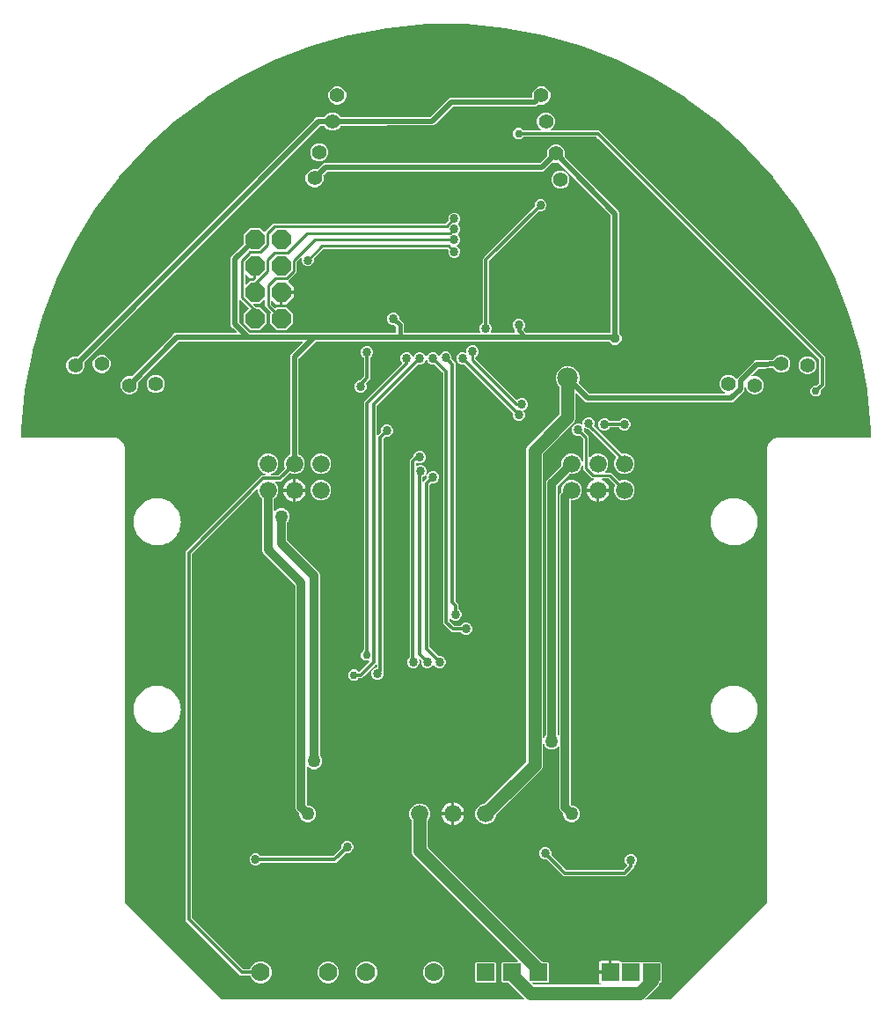
<source format=gbr>
G04 EAGLE Gerber RS-274X export*
G75*
%MOMM*%
%FSLAX34Y34*%
%LPD*%
%INBottom Copper*%
%IPPOS*%
%AMOC8*
5,1,8,0,0,1.08239X$1,22.5*%
G01*
%ADD10C,1.778000*%
%ADD11P,2.034460X8X112.500000*%
%ADD12C,1.422400*%
%ADD13R,1.676400X1.676400*%
%ADD14C,1.676400*%
%ADD15C,0.756400*%
%ADD16C,0.956400*%
%ADD17C,1.943100*%
%ADD18C,1.006400*%
%ADD19C,0.304800*%
%ADD20C,1.270000*%
%ADD21C,1.981200*%
%ADD22C,0.508000*%
%ADD23C,0.406400*%
%ADD24C,0.856400*%
%ADD25C,0.254000*%
%ADD26C,1.275000*%
%ADD27C,0.812800*%

G36*
X226801Y-127893D02*
X226801Y-127893D01*
X226873Y-127891D01*
X226922Y-127873D01*
X226973Y-127865D01*
X227037Y-127831D01*
X227104Y-127806D01*
X227145Y-127774D01*
X227191Y-127749D01*
X227240Y-127697D01*
X227296Y-127653D01*
X227324Y-127609D01*
X227360Y-127571D01*
X227390Y-127506D01*
X227429Y-127446D01*
X227442Y-127395D01*
X227464Y-127348D01*
X227471Y-127277D01*
X227489Y-127207D01*
X227485Y-127155D01*
X227491Y-127104D01*
X227475Y-127033D01*
X227470Y-126962D01*
X227449Y-126914D01*
X227438Y-126863D01*
X227402Y-126802D01*
X227374Y-126736D01*
X227329Y-126680D01*
X227312Y-126652D01*
X227294Y-126637D01*
X227269Y-126605D01*
X226573Y-125909D01*
X212394Y-111730D01*
X212320Y-111677D01*
X212250Y-111617D01*
X212220Y-111605D01*
X212194Y-111586D01*
X212107Y-111559D01*
X212022Y-111525D01*
X211981Y-111521D01*
X211959Y-111514D01*
X211927Y-111515D01*
X211855Y-111507D01*
X206886Y-111507D01*
X205993Y-110614D01*
X205993Y-92586D01*
X206886Y-91693D01*
X220918Y-91693D01*
X220989Y-91682D01*
X221061Y-91680D01*
X221110Y-91662D01*
X221161Y-91654D01*
X221225Y-91620D01*
X221292Y-91595D01*
X221332Y-91563D01*
X221379Y-91538D01*
X221428Y-91486D01*
X221484Y-91442D01*
X221512Y-91398D01*
X221548Y-91360D01*
X221578Y-91295D01*
X221617Y-91235D01*
X221630Y-91184D01*
X221652Y-91137D01*
X221659Y-91066D01*
X221677Y-90996D01*
X221673Y-90944D01*
X221679Y-90893D01*
X221663Y-90822D01*
X221658Y-90751D01*
X221637Y-90703D01*
X221626Y-90652D01*
X221590Y-90591D01*
X221562Y-90525D01*
X221517Y-90469D01*
X221500Y-90441D01*
X221482Y-90426D01*
X221457Y-90394D01*
X122646Y8417D01*
X120324Y10739D01*
X119125Y13633D01*
X119125Y44349D01*
X119111Y44439D01*
X119103Y44530D01*
X119091Y44560D01*
X119086Y44592D01*
X119043Y44673D01*
X119007Y44756D01*
X118981Y44789D01*
X118970Y44809D01*
X118947Y44831D01*
X118902Y44887D01*
X118601Y45188D01*
X117093Y48829D01*
X117093Y52771D01*
X118601Y56412D01*
X121388Y59199D01*
X125029Y60707D01*
X128971Y60707D01*
X132612Y59199D01*
X135399Y56412D01*
X136907Y52771D01*
X136907Y48829D01*
X135399Y45188D01*
X135098Y44887D01*
X135045Y44814D01*
X134985Y44744D01*
X134973Y44714D01*
X134954Y44688D01*
X134927Y44601D01*
X134893Y44516D01*
X134889Y44475D01*
X134882Y44453D01*
X134883Y44420D01*
X134875Y44349D01*
X134875Y18777D01*
X134889Y18687D01*
X134897Y18596D01*
X134909Y18566D01*
X134914Y18534D01*
X134957Y18453D01*
X134993Y18369D01*
X135019Y18337D01*
X135030Y18317D01*
X135053Y18294D01*
X135098Y18238D01*
X244806Y-91470D01*
X244880Y-91523D01*
X244950Y-91583D01*
X244980Y-91595D01*
X245006Y-91614D01*
X245093Y-91641D01*
X245178Y-91675D01*
X245219Y-91679D01*
X245241Y-91686D01*
X245273Y-91685D01*
X245345Y-91693D01*
X250314Y-91693D01*
X251207Y-92586D01*
X251207Y-110614D01*
X250314Y-111507D01*
X236282Y-111507D01*
X236211Y-111518D01*
X236139Y-111520D01*
X236090Y-111538D01*
X236039Y-111546D01*
X235976Y-111580D01*
X235908Y-111605D01*
X235867Y-111637D01*
X235821Y-111662D01*
X235772Y-111713D01*
X235716Y-111758D01*
X235688Y-111802D01*
X235652Y-111840D01*
X235622Y-111905D01*
X235583Y-111965D01*
X235570Y-112016D01*
X235548Y-112063D01*
X235541Y-112134D01*
X235523Y-112204D01*
X235527Y-112256D01*
X235521Y-112307D01*
X235537Y-112378D01*
X235542Y-112449D01*
X235563Y-112497D01*
X235574Y-112548D01*
X235610Y-112609D01*
X235638Y-112675D01*
X235683Y-112731D01*
X235700Y-112759D01*
X235718Y-112774D01*
X235743Y-112806D01*
X236394Y-113457D01*
X236469Y-113511D01*
X236538Y-113570D01*
X236568Y-113582D01*
X236594Y-113601D01*
X236681Y-113628D01*
X236766Y-113662D01*
X236807Y-113666D01*
X236829Y-113673D01*
X236861Y-113672D01*
X236933Y-113680D01*
X300301Y-113680D01*
X300349Y-113673D01*
X300396Y-113674D01*
X300469Y-113653D01*
X300544Y-113641D01*
X300586Y-113618D01*
X300632Y-113604D01*
X300694Y-113561D01*
X300761Y-113525D01*
X300794Y-113491D01*
X300834Y-113463D01*
X300879Y-113402D01*
X300931Y-113347D01*
X300951Y-113304D01*
X300979Y-113265D01*
X301002Y-113193D01*
X301034Y-113124D01*
X301040Y-113076D01*
X301054Y-113031D01*
X301053Y-112955D01*
X301061Y-112880D01*
X301051Y-112833D01*
X301050Y-112785D01*
X301025Y-112713D01*
X301009Y-112639D01*
X300985Y-112598D01*
X300969Y-112553D01*
X300922Y-112493D01*
X300883Y-112428D01*
X300846Y-112397D01*
X300817Y-112359D01*
X300713Y-112283D01*
X300696Y-112268D01*
X300690Y-112266D01*
X300682Y-112260D01*
X300258Y-112015D01*
X299785Y-111542D01*
X299450Y-110963D01*
X299277Y-110316D01*
X299277Y-103123D01*
X309438Y-103123D01*
X309458Y-103120D01*
X309477Y-103122D01*
X309579Y-103100D01*
X309681Y-103083D01*
X309698Y-103074D01*
X309718Y-103070D01*
X309807Y-103017D01*
X309898Y-102968D01*
X309912Y-102954D01*
X309929Y-102944D01*
X309996Y-102865D01*
X310067Y-102790D01*
X310076Y-102772D01*
X310089Y-102757D01*
X310127Y-102661D01*
X310171Y-102567D01*
X310173Y-102547D01*
X310181Y-102529D01*
X310199Y-102362D01*
X310199Y-101599D01*
X310962Y-101599D01*
X310982Y-101596D01*
X311001Y-101598D01*
X311103Y-101576D01*
X311205Y-101559D01*
X311222Y-101550D01*
X311242Y-101546D01*
X311331Y-101493D01*
X311422Y-101444D01*
X311436Y-101430D01*
X311453Y-101420D01*
X311520Y-101341D01*
X311591Y-101266D01*
X311600Y-101248D01*
X311613Y-101233D01*
X311652Y-101137D01*
X311695Y-101043D01*
X311697Y-101023D01*
X311705Y-101005D01*
X311723Y-100838D01*
X311723Y-90677D01*
X318916Y-90677D01*
X319563Y-90850D01*
X320142Y-91185D01*
X320427Y-91470D01*
X320501Y-91523D01*
X320571Y-91583D01*
X320601Y-91595D01*
X320627Y-91614D01*
X320714Y-91641D01*
X320799Y-91675D01*
X320840Y-91679D01*
X320862Y-91686D01*
X320894Y-91685D01*
X320966Y-91693D01*
X339214Y-91693D01*
X339662Y-92141D01*
X339678Y-92153D01*
X339690Y-92169D01*
X339778Y-92225D01*
X339861Y-92285D01*
X339880Y-92291D01*
X339897Y-92302D01*
X339998Y-92327D01*
X340097Y-92357D01*
X340116Y-92357D01*
X340136Y-92362D01*
X340239Y-92354D01*
X340342Y-92351D01*
X340361Y-92344D01*
X340381Y-92343D01*
X340476Y-92302D01*
X340573Y-92267D01*
X340589Y-92254D01*
X340607Y-92246D01*
X340738Y-92141D01*
X341186Y-91693D01*
X359214Y-91693D01*
X360107Y-92586D01*
X360107Y-110614D01*
X359214Y-111507D01*
X358401Y-111507D01*
X358286Y-111526D01*
X358170Y-111543D01*
X358164Y-111545D01*
X358158Y-111546D01*
X358055Y-111601D01*
X357951Y-111654D01*
X357946Y-111659D01*
X357941Y-111662D01*
X357861Y-111746D01*
X357778Y-111830D01*
X357775Y-111836D01*
X357771Y-111840D01*
X357763Y-111857D01*
X357697Y-111977D01*
X356876Y-113960D01*
X344928Y-125908D01*
X344927Y-125909D01*
X344231Y-126605D01*
X344189Y-126663D01*
X344140Y-126715D01*
X344118Y-126762D01*
X344088Y-126804D01*
X344067Y-126873D01*
X344036Y-126938D01*
X344031Y-126990D01*
X344015Y-127040D01*
X344017Y-127111D01*
X344009Y-127182D01*
X344020Y-127233D01*
X344022Y-127285D01*
X344046Y-127353D01*
X344062Y-127423D01*
X344088Y-127468D01*
X344106Y-127516D01*
X344151Y-127572D01*
X344188Y-127634D01*
X344227Y-127668D01*
X344260Y-127708D01*
X344320Y-127747D01*
X344375Y-127794D01*
X344423Y-127813D01*
X344467Y-127841D01*
X344536Y-127859D01*
X344603Y-127886D01*
X344674Y-127894D01*
X344705Y-127902D01*
X344729Y-127900D01*
X344770Y-127904D01*
X367613Y-127904D01*
X367703Y-127890D01*
X367794Y-127882D01*
X367824Y-127870D01*
X367856Y-127865D01*
X367936Y-127822D01*
X368020Y-127786D01*
X368052Y-127760D01*
X368073Y-127749D01*
X368095Y-127726D01*
X368151Y-127681D01*
X461381Y-34451D01*
X461434Y-34377D01*
X461494Y-34308D01*
X461506Y-34278D01*
X461525Y-34251D01*
X461552Y-34165D01*
X461586Y-34080D01*
X461590Y-34039D01*
X461597Y-34016D01*
X461596Y-33984D01*
X461604Y-33913D01*
X461604Y403447D01*
X463248Y407415D01*
X466285Y410452D01*
X470253Y412096D01*
X560576Y412096D01*
X560604Y412100D01*
X560633Y412098D01*
X560725Y412120D01*
X560819Y412135D01*
X560844Y412149D01*
X560872Y412156D01*
X560952Y412206D01*
X561036Y412251D01*
X561056Y412271D01*
X561080Y412287D01*
X561140Y412360D01*
X561206Y412429D01*
X561218Y412455D01*
X561236Y412477D01*
X561269Y412566D01*
X561309Y412652D01*
X561312Y412681D01*
X561322Y412707D01*
X561337Y412875D01*
X561168Y420181D01*
X561165Y420200D01*
X561165Y420234D01*
X557684Y457799D01*
X557678Y457824D01*
X557675Y457869D01*
X550742Y494953D01*
X550734Y494977D01*
X550726Y495022D01*
X540402Y531308D01*
X540391Y531331D01*
X540379Y531375D01*
X526751Y566554D01*
X526738Y566575D01*
X526723Y566618D01*
X509906Y600390D01*
X509892Y600410D01*
X509872Y600451D01*
X490012Y632527D01*
X489995Y632546D01*
X489972Y632585D01*
X467237Y662691D01*
X467218Y662709D01*
X467192Y662745D01*
X441775Y690626D01*
X441756Y690641D01*
X441726Y690675D01*
X413845Y716092D01*
X413824Y716105D01*
X413791Y716137D01*
X383685Y738872D01*
X383662Y738884D01*
X383627Y738912D01*
X351551Y758772D01*
X351528Y758782D01*
X351490Y758806D01*
X317718Y775623D01*
X317694Y775630D01*
X317654Y775651D01*
X282475Y789279D01*
X282450Y789285D01*
X282408Y789302D01*
X246122Y799626D01*
X246097Y799629D01*
X246053Y799642D01*
X208969Y806575D01*
X208944Y806575D01*
X208899Y806584D01*
X171334Y810065D01*
X171308Y810063D01*
X171263Y810068D01*
X133537Y810068D01*
X133512Y810064D01*
X133466Y810065D01*
X95901Y806584D01*
X95876Y806578D01*
X95831Y806575D01*
X58747Y799642D01*
X58723Y799634D01*
X58678Y799626D01*
X22392Y789302D01*
X22369Y789291D01*
X22325Y789279D01*
X-12854Y775651D01*
X-12875Y775638D01*
X-12918Y775623D01*
X-46690Y758806D01*
X-46710Y758792D01*
X-46751Y758772D01*
X-78827Y738912D01*
X-78846Y738895D01*
X-78885Y738872D01*
X-108991Y716137D01*
X-109009Y716118D01*
X-109045Y716092D01*
X-136926Y690675D01*
X-136941Y690656D01*
X-136975Y690626D01*
X-162392Y662745D01*
X-162405Y662724D01*
X-162437Y662691D01*
X-185172Y632585D01*
X-185184Y632562D01*
X-185212Y632527D01*
X-205072Y600451D01*
X-205082Y600428D01*
X-205106Y600390D01*
X-221923Y566618D01*
X-221930Y566594D01*
X-221951Y566554D01*
X-235579Y531375D01*
X-235585Y531350D01*
X-235602Y531308D01*
X-235968Y530021D01*
X-236185Y529260D01*
X-236185Y529259D01*
X-236401Y528498D01*
X-236618Y527737D01*
X-236834Y526976D01*
X-237051Y526215D01*
X-237051Y526214D01*
X-237268Y525453D01*
X-237484Y524692D01*
X-237701Y523931D01*
X-237917Y523170D01*
X-237917Y523169D01*
X-242466Y507183D01*
X-242682Y506422D01*
X-242899Y505661D01*
X-243116Y504900D01*
X-243116Y504899D01*
X-243332Y504138D01*
X-243549Y503377D01*
X-243765Y502616D01*
X-243982Y501855D01*
X-243982Y501854D01*
X-244199Y501093D01*
X-244415Y500332D01*
X-245926Y495022D01*
X-245928Y495008D01*
X-245930Y495003D01*
X-245932Y494988D01*
X-245942Y494953D01*
X-252875Y457869D01*
X-252875Y457844D01*
X-252884Y457799D01*
X-256365Y420234D01*
X-256364Y420214D01*
X-256368Y420181D01*
X-256537Y412875D01*
X-256533Y412846D01*
X-256536Y412818D01*
X-256516Y412725D01*
X-256503Y412631D01*
X-256490Y412605D01*
X-256484Y412577D01*
X-256435Y412496D01*
X-256393Y412411D01*
X-256373Y412391D01*
X-256358Y412366D01*
X-256286Y412304D01*
X-256219Y412238D01*
X-256193Y412225D01*
X-256171Y412206D01*
X-256083Y412171D01*
X-255998Y412129D01*
X-255969Y412125D01*
X-255943Y412114D01*
X-255776Y412096D01*
X-165453Y412096D01*
X-161485Y410452D01*
X-158448Y407415D01*
X-156804Y403447D01*
X-156804Y-33913D01*
X-156790Y-34003D01*
X-156782Y-34094D01*
X-156770Y-34124D01*
X-156765Y-34156D01*
X-156722Y-34236D01*
X-156686Y-34320D01*
X-156660Y-34352D01*
X-156649Y-34373D01*
X-156626Y-34395D01*
X-156581Y-34451D01*
X-63351Y-127681D01*
X-63277Y-127734D01*
X-63208Y-127794D01*
X-63178Y-127806D01*
X-63151Y-127825D01*
X-63065Y-127852D01*
X-62980Y-127886D01*
X-62939Y-127890D01*
X-62916Y-127897D01*
X-62884Y-127896D01*
X-62813Y-127904D01*
X226730Y-127904D01*
X226801Y-127893D01*
G37*
%LPC*%
G36*
X-28222Y-112015D02*
X-28222Y-112015D01*
X-32050Y-110429D01*
X-34979Y-107500D01*
X-35965Y-105119D01*
X-36027Y-105019D01*
X-36087Y-104919D01*
X-36092Y-104915D01*
X-36095Y-104910D01*
X-36186Y-104835D01*
X-36274Y-104759D01*
X-36280Y-104757D01*
X-36284Y-104753D01*
X-36393Y-104711D01*
X-36502Y-104667D01*
X-36509Y-104666D01*
X-36514Y-104665D01*
X-36532Y-104664D01*
X-36669Y-104649D01*
X-45713Y-104649D01*
X-98299Y-52063D01*
X-98299Y303177D01*
X-25047Y376429D01*
X-22398Y376429D01*
X-22302Y376444D01*
X-22205Y376454D01*
X-22181Y376464D01*
X-22156Y376468D01*
X-22070Y376514D01*
X-21981Y376554D01*
X-21961Y376571D01*
X-21938Y376584D01*
X-21871Y376654D01*
X-21799Y376720D01*
X-21787Y376743D01*
X-21769Y376762D01*
X-21728Y376850D01*
X-21681Y376936D01*
X-21676Y376961D01*
X-21665Y376985D01*
X-21654Y377082D01*
X-21637Y377178D01*
X-21641Y377204D01*
X-21638Y377229D01*
X-21659Y377325D01*
X-21673Y377421D01*
X-21685Y377444D01*
X-21690Y377470D01*
X-21740Y377553D01*
X-21784Y377640D01*
X-21803Y377659D01*
X-21817Y377681D01*
X-21890Y377744D01*
X-21960Y377812D01*
X-21989Y377828D01*
X-22003Y377841D01*
X-22034Y377853D01*
X-22107Y377893D01*
X-24662Y378951D01*
X-27449Y381738D01*
X-28957Y385379D01*
X-28957Y389321D01*
X-27449Y392962D01*
X-24662Y395749D01*
X-21021Y397257D01*
X-17079Y397257D01*
X-13438Y395749D01*
X-10651Y392962D01*
X-9143Y389321D01*
X-9143Y385379D01*
X-10651Y381738D01*
X-13438Y378951D01*
X-15993Y377893D01*
X-16076Y377842D01*
X-16162Y377796D01*
X-16180Y377778D01*
X-16202Y377764D01*
X-16264Y377688D01*
X-16331Y377618D01*
X-16342Y377594D01*
X-16359Y377574D01*
X-16394Y377483D01*
X-16435Y377395D01*
X-16438Y377369D01*
X-16447Y377345D01*
X-16451Y377247D01*
X-16462Y377151D01*
X-16456Y377125D01*
X-16457Y377099D01*
X-16430Y377005D01*
X-16410Y376910D01*
X-16396Y376888D01*
X-16389Y376863D01*
X-16333Y376783D01*
X-16283Y376699D01*
X-16264Y376682D01*
X-16249Y376661D01*
X-16171Y376602D01*
X-16097Y376539D01*
X-16072Y376529D01*
X-16051Y376514D01*
X-15959Y376484D01*
X-15868Y376447D01*
X-15836Y376444D01*
X-15817Y376438D01*
X-15784Y376438D01*
X-15702Y376429D01*
X-9198Y376429D01*
X-9108Y376443D01*
X-9017Y376451D01*
X-8987Y376463D01*
X-8955Y376468D01*
X-8875Y376511D01*
X-8791Y376547D01*
X-8759Y376573D01*
X-8738Y376584D01*
X-8716Y376607D01*
X-8660Y376652D01*
X-2855Y382457D01*
X-2787Y382552D01*
X-2717Y382645D01*
X-2715Y382651D01*
X-2711Y382657D01*
X-2677Y382768D01*
X-2641Y382879D01*
X-2641Y382886D01*
X-2639Y382892D01*
X-2642Y383008D01*
X-2643Y383125D01*
X-2645Y383132D01*
X-2645Y383138D01*
X-2652Y383155D01*
X-2690Y383286D01*
X-3557Y385379D01*
X-3557Y389321D01*
X-2049Y392962D01*
X738Y395749D01*
X1815Y396195D01*
X1915Y396256D01*
X2015Y396316D01*
X2019Y396321D01*
X2024Y396324D01*
X2099Y396414D01*
X2175Y396503D01*
X2177Y396509D01*
X2181Y396514D01*
X2223Y396622D01*
X2267Y396731D01*
X2268Y396739D01*
X2269Y396743D01*
X2270Y396762D01*
X2285Y396898D01*
X2285Y491904D01*
X14287Y503906D01*
X14329Y503964D01*
X14379Y504016D01*
X14401Y504063D01*
X14431Y504105D01*
X14452Y504174D01*
X14482Y504239D01*
X14488Y504291D01*
X14503Y504341D01*
X14501Y504412D01*
X14509Y504483D01*
X14498Y504534D01*
X14497Y504586D01*
X14472Y504654D01*
X14457Y504724D01*
X14430Y504769D01*
X14412Y504817D01*
X14368Y504873D01*
X14331Y504935D01*
X14291Y504969D01*
X14259Y505009D01*
X14198Y505048D01*
X14144Y505095D01*
X14096Y505114D01*
X14052Y505142D01*
X13982Y505160D01*
X13916Y505187D01*
X13844Y505195D01*
X13813Y505203D01*
X13790Y505201D01*
X13749Y505205D01*
X-104936Y505205D01*
X-105030Y505190D01*
X-105125Y505181D01*
X-105151Y505170D01*
X-105179Y505166D01*
X-105263Y505121D01*
X-105350Y505083D01*
X-105378Y505060D01*
X-105396Y505050D01*
X-105419Y505027D01*
X-105480Y504977D01*
X-143770Y465871D01*
X-143836Y465778D01*
X-143903Y465688D01*
X-143906Y465678D01*
X-143912Y465670D01*
X-143944Y465562D01*
X-143979Y465454D01*
X-143979Y465444D01*
X-143982Y465434D01*
X-143978Y465321D01*
X-143976Y465208D01*
X-143973Y465196D01*
X-143973Y465188D01*
X-143964Y465165D01*
X-143930Y465047D01*
X-143746Y464603D01*
X-143746Y461167D01*
X-145061Y457993D01*
X-147490Y455563D01*
X-150665Y454249D01*
X-154101Y454249D01*
X-157275Y455563D01*
X-159704Y457993D01*
X-161019Y461167D01*
X-161019Y464603D01*
X-159704Y467778D01*
X-157275Y470207D01*
X-154101Y471522D01*
X-150665Y471522D01*
X-150397Y471411D01*
X-150393Y471410D01*
X-150277Y471382D01*
X-150158Y471354D01*
X-150156Y471354D01*
X-150154Y471353D01*
X-150033Y471365D01*
X-149913Y471375D01*
X-149911Y471376D01*
X-149909Y471376D01*
X-149798Y471426D01*
X-149688Y471474D01*
X-149686Y471476D01*
X-149684Y471476D01*
X-149678Y471482D01*
X-149558Y471580D01*
X-111247Y510707D01*
X-111197Y510778D01*
X-111147Y510837D01*
X-109857Y512126D01*
X-109856Y512128D01*
X-109852Y512131D01*
X-108674Y513335D01*
X-106990Y513335D01*
X-106987Y513335D01*
X-106982Y513335D01*
X-105164Y513354D01*
X-105162Y513353D01*
X-105116Y513348D01*
X-105091Y513341D01*
X-105060Y513342D01*
X-104996Y513335D01*
X-49751Y513335D01*
X-49680Y513346D01*
X-49608Y513348D01*
X-49560Y513366D01*
X-49508Y513374D01*
X-49445Y513408D01*
X-49377Y513433D01*
X-49337Y513465D01*
X-49291Y513490D01*
X-49241Y513542D01*
X-49185Y513586D01*
X-49157Y513630D01*
X-49121Y513668D01*
X-49091Y513733D01*
X-49052Y513793D01*
X-49040Y513844D01*
X-49018Y513891D01*
X-49010Y513962D01*
X-48992Y514032D01*
X-48996Y514084D01*
X-48991Y514135D01*
X-49006Y514206D01*
X-49012Y514277D01*
X-49032Y514325D01*
X-49043Y514376D01*
X-49080Y514437D01*
X-49108Y514503D01*
X-49153Y514559D01*
X-49169Y514587D01*
X-49187Y514602D01*
X-49213Y514634D01*
X-52261Y517682D01*
X-54865Y520286D01*
X-54865Y585884D01*
X-42886Y597862D01*
X-42874Y597879D01*
X-42858Y597892D01*
X-42802Y597979D01*
X-42742Y598062D01*
X-42736Y598082D01*
X-42725Y598099D01*
X-42700Y598199D01*
X-42670Y598297D01*
X-42671Y598318D01*
X-42666Y598338D01*
X-42673Y598426D01*
X-42673Y607774D01*
X-36274Y614173D01*
X-27226Y614173D01*
X-23366Y610313D01*
X-23350Y610301D01*
X-23337Y610286D01*
X-23250Y610230D01*
X-23166Y610169D01*
X-23147Y610164D01*
X-23130Y610153D01*
X-23030Y610128D01*
X-22931Y610097D01*
X-22911Y610098D01*
X-22892Y610093D01*
X-22789Y610101D01*
X-22685Y610103D01*
X-22666Y610110D01*
X-22647Y610112D01*
X-22552Y610152D01*
X-22454Y610188D01*
X-22439Y610200D01*
X-22420Y610208D01*
X-22289Y610313D01*
X-14366Y618237D01*
X151233Y618237D01*
X151323Y618251D01*
X151414Y618259D01*
X151444Y618271D01*
X151476Y618276D01*
X151557Y618319D01*
X151640Y618355D01*
X151673Y618381D01*
X151693Y618392D01*
X151715Y618415D01*
X151771Y618460D01*
X154328Y621017D01*
X154396Y621111D01*
X154466Y621206D01*
X154468Y621212D01*
X154472Y621217D01*
X154506Y621328D01*
X154543Y621439D01*
X154543Y621446D01*
X154544Y621452D01*
X154541Y621569D01*
X154540Y621685D01*
X154538Y621693D01*
X154538Y621698D01*
X154532Y621715D01*
X154493Y621847D01*
X154483Y621871D01*
X154483Y624181D01*
X155367Y626315D01*
X157001Y627949D01*
X159135Y628833D01*
X161445Y628833D01*
X163579Y627949D01*
X165213Y626315D01*
X166097Y624181D01*
X166097Y621871D01*
X165213Y619737D01*
X163996Y618520D01*
X163985Y618504D01*
X163969Y618492D01*
X163913Y618404D01*
X163853Y618321D01*
X163847Y618302D01*
X163836Y618285D01*
X163811Y618184D01*
X163780Y618085D01*
X163781Y618066D01*
X163776Y618046D01*
X163784Y617943D01*
X163787Y617840D01*
X163794Y617821D01*
X163795Y617801D01*
X163836Y617706D01*
X163871Y617609D01*
X163884Y617593D01*
X163891Y617575D01*
X163996Y617444D01*
X165213Y616227D01*
X166097Y614093D01*
X166097Y611783D01*
X165213Y609649D01*
X163996Y608432D01*
X163985Y608416D01*
X163969Y608404D01*
X163913Y608316D01*
X163853Y608233D01*
X163847Y608214D01*
X163836Y608197D01*
X163811Y608096D01*
X163780Y607997D01*
X163781Y607978D01*
X163776Y607958D01*
X163784Y607855D01*
X163787Y607752D01*
X163794Y607733D01*
X163795Y607713D01*
X163836Y607618D01*
X163871Y607521D01*
X163884Y607505D01*
X163891Y607487D01*
X163996Y607356D01*
X165213Y606139D01*
X166097Y604005D01*
X166097Y601695D01*
X165213Y599561D01*
X163579Y597927D01*
X163200Y597770D01*
X163139Y597733D01*
X163074Y597703D01*
X163036Y597668D01*
X162991Y597641D01*
X162946Y597585D01*
X162893Y597537D01*
X162868Y597491D01*
X162835Y597451D01*
X162809Y597384D01*
X162774Y597321D01*
X162765Y597270D01*
X162746Y597222D01*
X162743Y597150D01*
X162731Y597079D01*
X162738Y597028D01*
X162736Y596976D01*
X162756Y596907D01*
X162766Y596836D01*
X162790Y596790D01*
X162804Y596740D01*
X162845Y596681D01*
X162878Y596617D01*
X162915Y596580D01*
X162945Y596538D01*
X163002Y596495D01*
X163053Y596445D01*
X163116Y596410D01*
X163142Y596391D01*
X163164Y596384D01*
X163200Y596364D01*
X163579Y596207D01*
X165213Y594573D01*
X166097Y592439D01*
X166097Y590129D01*
X165213Y587995D01*
X163579Y586361D01*
X161445Y585477D01*
X159135Y585477D01*
X157001Y586361D01*
X155367Y587995D01*
X154483Y590129D01*
X154483Y592439D01*
X154493Y592464D01*
X154520Y592577D01*
X154549Y592691D01*
X154548Y592697D01*
X154550Y592703D01*
X154539Y592820D01*
X154530Y592936D01*
X154527Y592942D01*
X154527Y592948D01*
X154479Y593055D01*
X154433Y593162D01*
X154429Y593168D01*
X154427Y593173D01*
X154414Y593186D01*
X154328Y593293D01*
X153739Y593882D01*
X153666Y593935D01*
X153596Y593995D01*
X153566Y594007D01*
X153540Y594026D01*
X153453Y594053D01*
X153368Y594087D01*
X153327Y594091D01*
X153305Y594098D01*
X153272Y594097D01*
X153201Y594105D01*
X34349Y594105D01*
X34259Y594091D01*
X34168Y594083D01*
X34138Y594071D01*
X34106Y594066D01*
X34026Y594023D01*
X33942Y593987D01*
X33910Y593961D01*
X33889Y593950D01*
X33867Y593927D01*
X33811Y593882D01*
X25012Y585083D01*
X24944Y584989D01*
X24874Y584894D01*
X24872Y584888D01*
X24868Y584883D01*
X24834Y584772D01*
X24797Y584661D01*
X24797Y584654D01*
X24796Y584648D01*
X24799Y584531D01*
X24800Y584415D01*
X24802Y584407D01*
X24802Y584403D01*
X24808Y584385D01*
X24847Y584253D01*
X24857Y584229D01*
X24857Y581919D01*
X23973Y579785D01*
X22339Y578151D01*
X20205Y577267D01*
X17895Y577267D01*
X15761Y578151D01*
X14127Y579785D01*
X13243Y581919D01*
X13243Y584229D01*
X13272Y584299D01*
X13294Y584393D01*
X13323Y584486D01*
X13322Y584513D01*
X13328Y584538D01*
X13319Y584635D01*
X13317Y584732D01*
X13308Y584757D01*
X13305Y584783D01*
X13266Y584872D01*
X13232Y584963D01*
X13216Y584984D01*
X13205Y585008D01*
X13139Y585079D01*
X13078Y585155D01*
X13056Y585169D01*
X13039Y585189D01*
X12954Y585236D01*
X12872Y585288D01*
X12846Y585295D01*
X12823Y585307D01*
X12727Y585325D01*
X12633Y585348D01*
X12607Y585346D01*
X12581Y585351D01*
X12485Y585337D01*
X12388Y585329D01*
X12364Y585319D01*
X12338Y585315D01*
X12251Y585271D01*
X12161Y585233D01*
X12136Y585213D01*
X12119Y585204D01*
X12096Y585180D01*
X12030Y585128D01*
X8860Y581957D01*
X8806Y581883D01*
X8747Y581814D01*
X8735Y581784D01*
X8716Y581758D01*
X8689Y581670D01*
X8655Y581586D01*
X8651Y581545D01*
X8644Y581523D01*
X8645Y581490D01*
X8637Y581419D01*
X8637Y571642D01*
X1718Y564723D01*
X527Y563533D01*
X516Y563517D01*
X500Y563504D01*
X444Y563417D01*
X384Y563333D01*
X378Y563314D01*
X367Y563297D01*
X342Y563197D01*
X312Y563098D01*
X312Y563078D01*
X307Y563059D01*
X315Y562956D01*
X318Y562852D01*
X325Y562834D01*
X326Y562814D01*
X367Y562719D01*
X402Y562621D01*
X415Y562606D01*
X423Y562587D01*
X527Y562456D01*
X5589Y557395D01*
X5589Y553973D01*
X-5588Y553973D01*
X-5608Y553970D01*
X-5627Y553972D01*
X-5729Y553950D01*
X-5831Y553933D01*
X-5848Y553924D01*
X-5868Y553920D01*
X-5957Y553867D01*
X-6048Y553818D01*
X-6062Y553804D01*
X-6079Y553794D01*
X-6146Y553715D01*
X-6217Y553640D01*
X-6226Y553622D01*
X-6239Y553607D01*
X-6277Y553511D01*
X-6321Y553417D01*
X-6323Y553397D01*
X-6331Y553379D01*
X-6349Y553212D01*
X-6349Y552449D01*
X-7112Y552449D01*
X-7132Y552446D01*
X-7151Y552448D01*
X-7253Y552426D01*
X-7355Y552409D01*
X-7372Y552400D01*
X-7392Y552396D01*
X-7481Y552343D01*
X-7572Y552294D01*
X-7586Y552280D01*
X-7603Y552270D01*
X-7670Y552191D01*
X-7741Y552116D01*
X-7750Y552098D01*
X-7763Y552083D01*
X-7802Y551987D01*
X-7845Y551893D01*
X-7847Y551873D01*
X-7855Y551855D01*
X-7873Y551688D01*
X-7873Y540511D01*
X-11295Y540511D01*
X-14956Y544172D01*
X-15014Y544214D01*
X-15066Y544263D01*
X-15113Y544285D01*
X-15155Y544315D01*
X-15224Y544336D01*
X-15289Y544367D01*
X-15341Y544372D01*
X-15391Y544388D01*
X-15462Y544386D01*
X-15533Y544394D01*
X-15584Y544383D01*
X-15636Y544381D01*
X-15704Y544357D01*
X-15774Y544342D01*
X-15819Y544315D01*
X-15867Y544297D01*
X-15923Y544252D01*
X-15985Y544215D01*
X-16019Y544176D01*
X-16059Y544143D01*
X-16098Y544083D01*
X-16145Y544028D01*
X-16164Y543980D01*
X-16192Y543936D01*
X-16210Y543867D01*
X-16237Y543800D01*
X-16245Y543729D01*
X-16253Y543698D01*
X-16251Y543675D01*
X-16255Y543634D01*
X-16255Y541223D01*
X-16253Y541208D01*
X-16254Y541195D01*
X-16240Y541131D01*
X-16233Y541042D01*
X-16221Y541012D01*
X-16216Y540980D01*
X-16173Y540900D01*
X-16137Y540816D01*
X-16111Y540783D01*
X-16100Y540763D01*
X-16077Y540741D01*
X-16032Y540685D01*
X-12636Y537288D01*
X-12619Y537276D01*
X-12607Y537261D01*
X-12520Y537205D01*
X-12436Y537144D01*
X-12417Y537139D01*
X-12400Y537128D01*
X-12300Y537103D01*
X-12201Y537072D01*
X-12181Y537073D01*
X-12162Y537068D01*
X-12059Y537076D01*
X-11955Y537078D01*
X-11936Y537085D01*
X-11916Y537087D01*
X-11821Y537127D01*
X-11724Y537163D01*
X-11708Y537175D01*
X-11690Y537183D01*
X-11559Y537288D01*
X-10874Y537973D01*
X-1826Y537973D01*
X4573Y531574D01*
X4573Y522526D01*
X-1826Y516127D01*
X-10874Y516127D01*
X-17273Y522526D01*
X-17273Y531574D01*
X-16588Y532259D01*
X-16576Y532275D01*
X-16561Y532288D01*
X-16505Y532375D01*
X-16444Y532459D01*
X-16439Y532478D01*
X-16428Y532495D01*
X-16403Y532595D01*
X-16372Y532694D01*
X-16373Y532714D01*
X-16368Y532733D01*
X-16376Y532836D01*
X-16378Y532940D01*
X-16385Y532959D01*
X-16387Y532978D01*
X-16427Y533073D01*
X-16463Y533171D01*
X-16475Y533186D01*
X-16483Y533205D01*
X-16588Y533336D01*
X-21845Y538592D01*
X-21845Y545070D01*
X-21846Y545078D01*
X-21846Y545080D01*
X-21848Y545091D01*
X-21856Y545141D01*
X-21858Y545213D01*
X-21876Y545262D01*
X-21884Y545313D01*
X-21918Y545376D01*
X-21943Y545444D01*
X-21975Y545484D01*
X-22000Y545531D01*
X-22052Y545580D01*
X-22096Y545636D01*
X-22140Y545664D01*
X-22178Y545700D01*
X-22243Y545730D01*
X-22303Y545769D01*
X-22354Y545782D01*
X-22401Y545804D01*
X-22472Y545811D01*
X-22542Y545829D01*
X-22594Y545825D01*
X-22645Y545831D01*
X-22716Y545815D01*
X-22787Y545810D01*
X-22835Y545789D01*
X-22886Y545778D01*
X-22947Y545742D01*
X-23013Y545713D01*
X-23069Y545669D01*
X-23097Y545652D01*
X-23112Y545634D01*
X-23144Y545609D01*
X-27226Y541527D01*
X-32279Y541527D01*
X-32350Y541516D01*
X-32422Y541514D01*
X-32471Y541496D01*
X-32522Y541488D01*
X-32585Y541454D01*
X-32653Y541429D01*
X-32693Y541397D01*
X-32739Y541372D01*
X-32789Y541320D01*
X-32845Y541276D01*
X-32873Y541232D01*
X-32909Y541194D01*
X-32939Y541129D01*
X-32978Y541069D01*
X-32990Y541018D01*
X-33012Y540971D01*
X-33020Y540900D01*
X-33038Y540830D01*
X-33034Y540778D01*
X-33039Y540727D01*
X-33024Y540656D01*
X-33019Y540585D01*
X-32998Y540537D01*
X-32987Y540486D01*
X-32950Y540425D01*
X-32922Y540359D01*
X-32878Y540303D01*
X-32861Y540275D01*
X-32843Y540260D01*
X-32818Y540228D01*
X-30785Y538196D01*
X-30711Y538143D01*
X-30642Y538083D01*
X-30612Y538071D01*
X-30586Y538052D01*
X-30499Y538025D01*
X-30414Y537991D01*
X-30373Y537987D01*
X-30351Y537980D01*
X-30318Y537981D01*
X-30247Y537973D01*
X-27226Y537973D01*
X-20827Y531574D01*
X-20827Y522526D01*
X-27226Y516127D01*
X-36274Y516127D01*
X-42673Y522526D01*
X-42673Y531574D01*
X-37909Y536338D01*
X-37897Y536354D01*
X-37882Y536367D01*
X-37826Y536454D01*
X-37766Y536538D01*
X-37760Y536557D01*
X-37749Y536574D01*
X-37724Y536674D01*
X-37693Y536773D01*
X-37694Y536793D01*
X-37689Y536812D01*
X-37697Y536915D01*
X-37700Y537019D01*
X-37706Y537037D01*
X-37708Y537057D01*
X-37748Y537152D01*
X-37784Y537250D01*
X-37796Y537265D01*
X-37804Y537284D01*
X-37909Y537415D01*
X-44877Y544382D01*
X-45436Y544941D01*
X-45494Y544983D01*
X-45546Y545032D01*
X-45593Y545054D01*
X-45635Y545085D01*
X-45704Y545106D01*
X-45769Y545136D01*
X-45821Y545142D01*
X-45871Y545157D01*
X-45942Y545155D01*
X-46013Y545163D01*
X-46064Y545152D01*
X-46116Y545151D01*
X-46184Y545126D01*
X-46254Y545111D01*
X-46299Y545084D01*
X-46347Y545066D01*
X-46403Y545022D01*
X-46465Y544985D01*
X-46499Y544945D01*
X-46539Y544913D01*
X-46578Y544853D01*
X-46625Y544798D01*
X-46644Y544749D01*
X-46672Y544706D01*
X-46690Y544636D01*
X-46717Y544570D01*
X-46725Y544498D01*
X-46733Y544467D01*
X-46731Y544444D01*
X-46735Y544403D01*
X-46735Y523969D01*
X-46721Y523879D01*
X-46713Y523788D01*
X-46701Y523758D01*
X-46696Y523726D01*
X-46653Y523646D01*
X-46617Y523562D01*
X-46591Y523530D01*
X-46580Y523509D01*
X-46557Y523487D01*
X-46512Y523431D01*
X-36639Y513558D01*
X-36565Y513505D01*
X-36496Y513445D01*
X-36466Y513433D01*
X-36440Y513414D01*
X-36353Y513387D01*
X-36268Y513353D01*
X-36227Y513349D01*
X-36204Y513342D01*
X-36172Y513343D01*
X-36101Y513335D01*
X103632Y513335D01*
X103652Y513338D01*
X103671Y513336D01*
X103773Y513358D01*
X103875Y513374D01*
X103892Y513384D01*
X103912Y513388D01*
X104001Y513441D01*
X104092Y513490D01*
X104106Y513504D01*
X104123Y513514D01*
X104190Y513593D01*
X104262Y513668D01*
X104270Y513686D01*
X104283Y513701D01*
X104322Y513797D01*
X104365Y513891D01*
X104367Y513911D01*
X104375Y513929D01*
X104393Y514096D01*
X104393Y518911D01*
X104379Y519002D01*
X104371Y519092D01*
X104359Y519122D01*
X104354Y519154D01*
X104311Y519235D01*
X104275Y519319D01*
X104249Y519351D01*
X104238Y519372D01*
X104215Y519394D01*
X104170Y519450D01*
X102600Y521020D01*
X102526Y521073D01*
X102456Y521133D01*
X102426Y521145D01*
X102400Y521164D01*
X102313Y521191D01*
X102228Y521225D01*
X102187Y521229D01*
X102165Y521236D01*
X102133Y521235D01*
X102061Y521243D01*
X100445Y521243D01*
X98311Y522127D01*
X96677Y523761D01*
X95793Y525895D01*
X95793Y528205D01*
X96677Y530339D01*
X98311Y531973D01*
X100445Y532857D01*
X102755Y532857D01*
X104889Y531973D01*
X106523Y530339D01*
X107407Y528205D01*
X107407Y526589D01*
X107421Y526498D01*
X107429Y526408D01*
X107441Y526378D01*
X107446Y526346D01*
X107489Y526265D01*
X107525Y526181D01*
X107551Y526149D01*
X107562Y526128D01*
X107585Y526106D01*
X107630Y526050D01*
X111507Y522173D01*
X111507Y514096D01*
X111510Y514076D01*
X111508Y514057D01*
X111530Y513955D01*
X111546Y513853D01*
X111556Y513836D01*
X111560Y513816D01*
X111613Y513727D01*
X111662Y513636D01*
X111676Y513622D01*
X111686Y513605D01*
X111765Y513538D01*
X111840Y513466D01*
X111858Y513458D01*
X111873Y513445D01*
X111969Y513406D01*
X112063Y513363D01*
X112083Y513361D01*
X112101Y513353D01*
X112268Y513335D01*
X184849Y513335D01*
X184894Y513342D01*
X184940Y513340D01*
X185015Y513362D01*
X185092Y513374D01*
X185132Y513396D01*
X185176Y513409D01*
X185240Y513453D01*
X185309Y513490D01*
X185341Y513523D01*
X185378Y513549D01*
X185425Y513611D01*
X185478Y513668D01*
X185498Y513710D01*
X185525Y513746D01*
X185549Y513820D01*
X185582Y513891D01*
X185587Y513937D01*
X185601Y513980D01*
X185601Y514058D01*
X185609Y514135D01*
X185599Y514180D01*
X185599Y514226D01*
X185561Y514358D01*
X185557Y514376D01*
X185554Y514380D01*
X185552Y514387D01*
X184693Y516461D01*
X184693Y518771D01*
X185577Y520905D01*
X187228Y522556D01*
X187281Y522630D01*
X187341Y522700D01*
X187353Y522730D01*
X187372Y522756D01*
X187399Y522843D01*
X187433Y522928D01*
X187437Y522969D01*
X187444Y522991D01*
X187443Y523023D01*
X187451Y523095D01*
X187451Y584494D01*
X189460Y586503D01*
X237266Y634309D01*
X237319Y634383D01*
X237379Y634452D01*
X237391Y634482D01*
X237410Y634509D01*
X237437Y634596D01*
X237471Y634680D01*
X237475Y634721D01*
X237482Y634744D01*
X237481Y634776D01*
X237489Y634847D01*
X237489Y637182D01*
X238373Y639316D01*
X240007Y640950D01*
X242141Y641834D01*
X244451Y641834D01*
X246585Y640950D01*
X248219Y639316D01*
X249103Y637182D01*
X249103Y634872D01*
X248219Y632738D01*
X246585Y631104D01*
X244451Y630220D01*
X242116Y630220D01*
X242026Y630206D01*
X241935Y630198D01*
X241905Y630186D01*
X241873Y630181D01*
X241793Y630138D01*
X241709Y630102D01*
X241677Y630076D01*
X241656Y630066D01*
X241634Y630042D01*
X241578Y629997D01*
X193772Y582191D01*
X193719Y582117D01*
X193659Y582048D01*
X193647Y582018D01*
X193628Y581991D01*
X193601Y581905D01*
X193567Y581820D01*
X193563Y581779D01*
X193556Y581756D01*
X193557Y581724D01*
X193549Y581653D01*
X193549Y523095D01*
X193564Y523004D01*
X193571Y522914D01*
X193583Y522884D01*
X193588Y522852D01*
X193631Y522771D01*
X193667Y522687D01*
X193693Y522655D01*
X193704Y522634D01*
X193727Y522612D01*
X193772Y522556D01*
X195423Y520905D01*
X196307Y518771D01*
X196307Y516461D01*
X195448Y514387D01*
X195437Y514343D01*
X195418Y514301D01*
X195409Y514224D01*
X195392Y514148D01*
X195396Y514102D01*
X195391Y514057D01*
X195407Y513980D01*
X195415Y513903D01*
X195433Y513861D01*
X195443Y513816D01*
X195483Y513749D01*
X195515Y513678D01*
X195546Y513644D01*
X195569Y513605D01*
X195628Y513554D01*
X195681Y513497D01*
X195721Y513475D01*
X195756Y513445D01*
X195828Y513416D01*
X195897Y513379D01*
X195942Y513370D01*
X195984Y513353D01*
X196120Y513338D01*
X196139Y513335D01*
X196144Y513336D01*
X196151Y513335D01*
X217932Y513335D01*
X217952Y513338D01*
X217971Y513336D01*
X218073Y513358D01*
X218175Y513374D01*
X218192Y513384D01*
X218212Y513388D01*
X218301Y513441D01*
X218392Y513490D01*
X218406Y513504D01*
X218423Y513514D01*
X218490Y513593D01*
X218562Y513668D01*
X218570Y513686D01*
X218583Y513701D01*
X218622Y513797D01*
X218665Y513891D01*
X218667Y513911D01*
X218675Y513929D01*
X218693Y514096D01*
X218693Y515729D01*
X218679Y515820D01*
X218671Y515910D01*
X218659Y515940D01*
X218654Y515972D01*
X218611Y516053D01*
X218575Y516137D01*
X218549Y516169D01*
X218538Y516190D01*
X218515Y516212D01*
X218470Y516268D01*
X217327Y517411D01*
X216443Y519545D01*
X216443Y521855D01*
X217327Y523989D01*
X218961Y525623D01*
X221095Y526507D01*
X223405Y526507D01*
X225539Y525623D01*
X227173Y523989D01*
X228057Y521855D01*
X228057Y519545D01*
X227173Y517411D01*
X226869Y517107D01*
X226858Y517091D01*
X226842Y517079D01*
X226786Y516991D01*
X226726Y516908D01*
X226720Y516889D01*
X226709Y516872D01*
X226684Y516771D01*
X226653Y516672D01*
X226654Y516653D01*
X226649Y516633D01*
X226657Y516530D01*
X226660Y516427D01*
X226667Y516408D01*
X226668Y516388D01*
X226709Y516293D01*
X226744Y516196D01*
X226757Y516180D01*
X226764Y516162D01*
X226869Y516031D01*
X229342Y513558D01*
X229416Y513505D01*
X229486Y513445D01*
X229516Y513433D01*
X229542Y513414D01*
X229629Y513387D01*
X229714Y513353D01*
X229755Y513349D01*
X229777Y513342D01*
X229809Y513343D01*
X229881Y513335D01*
X310134Y513335D01*
X310154Y513338D01*
X310173Y513336D01*
X310275Y513358D01*
X310377Y513374D01*
X310394Y513384D01*
X310414Y513388D01*
X310503Y513441D01*
X310594Y513490D01*
X310608Y513504D01*
X310625Y513514D01*
X310692Y513593D01*
X310764Y513668D01*
X310772Y513686D01*
X310785Y513701D01*
X310824Y513797D01*
X310867Y513891D01*
X310869Y513911D01*
X310877Y513929D01*
X310895Y514096D01*
X310895Y625424D01*
X310881Y625510D01*
X310876Y625596D01*
X310861Y625630D01*
X310856Y625667D01*
X310815Y625743D01*
X310782Y625824D01*
X310753Y625861D01*
X310740Y625884D01*
X310718Y625905D01*
X310679Y625956D01*
X260957Y676906D01*
X260857Y676979D01*
X260762Y677050D01*
X260760Y677051D01*
X260759Y677052D01*
X260640Y677090D01*
X260528Y677126D01*
X260526Y677126D01*
X260525Y677127D01*
X260402Y677125D01*
X260282Y677124D01*
X260280Y677123D01*
X260279Y677123D01*
X260273Y677121D01*
X260121Y677077D01*
X259863Y676970D01*
X256427Y676970D01*
X255797Y677231D01*
X255695Y677255D01*
X255595Y677284D01*
X255576Y677283D01*
X255558Y677287D01*
X255454Y677278D01*
X255349Y677273D01*
X255332Y677266D01*
X255313Y677264D01*
X255217Y677222D01*
X255120Y677184D01*
X255101Y677170D01*
X255088Y677164D01*
X255064Y677143D01*
X254985Y677084D01*
X247134Y669736D01*
X247128Y669728D01*
X247116Y669719D01*
X245926Y668529D01*
X244244Y668585D01*
X244234Y668583D01*
X244219Y668585D01*
X38337Y668585D01*
X38243Y668570D01*
X38149Y668561D01*
X38122Y668550D01*
X38094Y668545D01*
X38010Y668501D01*
X37923Y668463D01*
X37895Y668440D01*
X37877Y668430D01*
X37854Y668407D01*
X37793Y668357D01*
X34349Y664844D01*
X34284Y664751D01*
X34217Y664661D01*
X34214Y664651D01*
X34208Y664643D01*
X34176Y664534D01*
X34141Y664427D01*
X34141Y664417D01*
X34138Y664407D01*
X34142Y664293D01*
X34143Y664181D01*
X34146Y664169D01*
X34147Y664161D01*
X34155Y664138D01*
X34190Y664020D01*
X34371Y663581D01*
X34371Y660145D01*
X33057Y656971D01*
X30627Y654541D01*
X27453Y653226D01*
X24017Y653226D01*
X20842Y654541D01*
X18413Y656971D01*
X17098Y660145D01*
X17098Y663581D01*
X18413Y666755D01*
X20842Y669185D01*
X24017Y670500D01*
X27453Y670500D01*
X27729Y670385D01*
X27846Y670358D01*
X27964Y670329D01*
X27966Y670329D01*
X27969Y670329D01*
X28089Y670340D01*
X28209Y670351D01*
X28211Y670352D01*
X28214Y670352D01*
X28325Y670401D01*
X28434Y670449D01*
X28437Y670451D01*
X28438Y670452D01*
X28445Y670458D01*
X28564Y670555D01*
X32027Y674088D01*
X32078Y674159D01*
X32118Y674206D01*
X33419Y675507D01*
X33421Y675510D01*
X33424Y675513D01*
X34602Y676715D01*
X36286Y676715D01*
X36289Y676715D01*
X36293Y676715D01*
X38117Y676733D01*
X38160Y676728D01*
X38185Y676721D01*
X38216Y676722D01*
X38281Y676715D01*
X242393Y676715D01*
X242471Y676727D01*
X242549Y676731D01*
X242591Y676747D01*
X242636Y676754D01*
X242705Y676791D01*
X242779Y676820D01*
X242827Y676855D01*
X242853Y676869D01*
X242872Y676889D01*
X242877Y676892D01*
X242881Y676896D01*
X242913Y676920D01*
X249361Y682954D01*
X249365Y682959D01*
X249370Y682963D01*
X249440Y683057D01*
X249511Y683149D01*
X249513Y683155D01*
X249517Y683160D01*
X249553Y683271D01*
X249591Y683382D01*
X249591Y683388D01*
X249593Y683394D01*
X249592Y683511D01*
X249593Y683628D01*
X249591Y683634D01*
X249591Y683640D01*
X249544Y683801D01*
X249508Y683889D01*
X249508Y687325D01*
X250823Y690499D01*
X253252Y692929D01*
X256427Y694244D01*
X259863Y694244D01*
X263037Y692929D01*
X265467Y690499D01*
X266781Y687325D01*
X266781Y683889D01*
X266592Y683432D01*
X266566Y683323D01*
X266537Y683214D01*
X266538Y683203D01*
X266536Y683192D01*
X266546Y683080D01*
X266554Y682968D01*
X266558Y682958D01*
X266559Y682947D01*
X266605Y682845D01*
X266647Y682741D01*
X266655Y682730D01*
X266659Y682723D01*
X266676Y682703D01*
X266750Y682609D01*
X317849Y630248D01*
X317852Y630246D01*
X317856Y630241D01*
X319045Y629052D01*
X319025Y627369D01*
X319025Y627365D01*
X319025Y627359D01*
X319025Y513170D01*
X319039Y513080D01*
X319047Y512989D01*
X319059Y512959D01*
X319064Y512927D01*
X319107Y512846D01*
X319143Y512762D01*
X319169Y512730D01*
X319180Y512710D01*
X319203Y512687D01*
X319248Y512631D01*
X320307Y511573D01*
X321267Y509254D01*
X321267Y506746D01*
X320307Y504427D01*
X318533Y502653D01*
X316214Y501693D01*
X313706Y501693D01*
X311387Y502653D01*
X309613Y504427D01*
X309486Y504735D01*
X309424Y504835D01*
X309364Y504935D01*
X309360Y504939D01*
X309356Y504944D01*
X309266Y505019D01*
X309177Y505095D01*
X309172Y505097D01*
X309167Y505101D01*
X309058Y505143D01*
X308949Y505187D01*
X308942Y505188D01*
X308937Y505189D01*
X308919Y505190D01*
X308783Y505205D01*
X27399Y505205D01*
X27309Y505191D01*
X27218Y505183D01*
X27188Y505171D01*
X27156Y505166D01*
X27076Y505123D01*
X26992Y505087D01*
X26960Y505061D01*
X26939Y505050D01*
X26917Y505027D01*
X26861Y504982D01*
X10638Y488759D01*
X10585Y488685D01*
X10525Y488616D01*
X10513Y488586D01*
X10494Y488560D01*
X10467Y488473D01*
X10433Y488388D01*
X10429Y488347D01*
X10422Y488324D01*
X10423Y488292D01*
X10415Y488221D01*
X10415Y396898D01*
X10434Y396783D01*
X10451Y396667D01*
X10453Y396661D01*
X10454Y396655D01*
X10509Y396553D01*
X10562Y396448D01*
X10567Y396443D01*
X10570Y396438D01*
X10654Y396358D01*
X10738Y396276D01*
X10744Y396272D01*
X10748Y396268D01*
X10765Y396261D01*
X10885Y396195D01*
X11962Y395749D01*
X14749Y392962D01*
X16257Y389321D01*
X16257Y385379D01*
X14749Y381738D01*
X11962Y378951D01*
X8321Y377443D01*
X4379Y377443D01*
X2286Y378310D01*
X2173Y378337D01*
X2059Y378365D01*
X2053Y378365D01*
X2047Y378366D01*
X1930Y378355D01*
X1814Y378346D01*
X1808Y378344D01*
X1802Y378343D01*
X1695Y378295D01*
X1588Y378250D01*
X1582Y378245D01*
X1577Y378243D01*
X1564Y378231D01*
X1457Y378145D01*
X-4348Y372340D01*
X-6357Y370331D01*
X-11583Y370331D01*
X-11654Y370320D01*
X-11726Y370318D01*
X-11775Y370300D01*
X-11826Y370292D01*
X-11889Y370258D01*
X-11957Y370233D01*
X-11997Y370201D01*
X-12043Y370176D01*
X-12093Y370124D01*
X-12149Y370080D01*
X-12177Y370036D01*
X-12213Y369998D01*
X-12243Y369933D01*
X-12282Y369873D01*
X-12294Y369822D01*
X-12316Y369775D01*
X-12324Y369704D01*
X-12342Y369634D01*
X-12338Y369582D01*
X-12343Y369531D01*
X-12328Y369460D01*
X-12323Y369389D01*
X-12302Y369341D01*
X-12291Y369290D01*
X-12254Y369229D01*
X-12226Y369163D01*
X-12182Y369107D01*
X-12165Y369079D01*
X-12147Y369064D01*
X-12122Y369032D01*
X-10651Y367562D01*
X-9143Y363921D01*
X-9143Y359979D01*
X-10651Y356338D01*
X-13238Y353751D01*
X-13291Y353677D01*
X-13323Y353641D01*
X-13330Y353634D01*
X-13330Y353632D01*
X-13351Y353608D01*
X-13363Y353578D01*
X-13382Y353552D01*
X-13409Y353465D01*
X-13412Y353456D01*
X-13433Y353411D01*
X-13434Y353401D01*
X-13443Y353380D01*
X-13447Y353339D01*
X-13454Y353317D01*
X-13453Y353284D01*
X-13461Y353213D01*
X-13461Y342448D01*
X-13450Y342378D01*
X-13448Y342306D01*
X-13430Y342257D01*
X-13422Y342206D01*
X-13388Y342142D01*
X-13363Y342075D01*
X-13331Y342034D01*
X-13306Y341988D01*
X-13254Y341939D01*
X-13210Y341883D01*
X-13166Y341855D01*
X-13128Y341819D01*
X-13063Y341789D01*
X-13003Y341750D01*
X-12952Y341737D01*
X-12905Y341715D01*
X-12834Y341707D01*
X-12764Y341690D01*
X-12712Y341694D01*
X-12661Y341688D01*
X-12590Y341703D01*
X-12519Y341709D01*
X-12471Y341729D01*
X-12420Y341740D01*
X-12359Y341777D01*
X-12293Y341805D01*
X-12237Y341850D01*
X-12209Y341867D01*
X-12194Y341884D01*
X-12162Y341910D01*
X-10825Y343247D01*
X-7921Y344450D01*
X-4779Y344450D01*
X-1875Y343247D01*
X347Y341025D01*
X1550Y338121D01*
X1550Y334979D01*
X347Y332075D01*
X-538Y331190D01*
X-591Y331116D01*
X-651Y331046D01*
X-663Y331016D01*
X-682Y330990D01*
X-709Y330903D01*
X-743Y330818D01*
X-747Y330777D01*
X-754Y330755D01*
X-753Y330723D01*
X-761Y330652D01*
X-761Y313780D01*
X-747Y313690D01*
X-739Y313599D01*
X-727Y313569D01*
X-722Y313538D01*
X-679Y313457D01*
X-643Y313373D01*
X-617Y313341D01*
X-606Y313320D01*
X-583Y313298D01*
X-538Y313242D01*
X28459Y284245D01*
X30138Y282566D01*
X30989Y280512D01*
X30989Y107498D01*
X31003Y107408D01*
X31011Y107317D01*
X31023Y107288D01*
X31028Y107256D01*
X31071Y107175D01*
X31107Y107091D01*
X31133Y107059D01*
X31144Y107038D01*
X31167Y107016D01*
X31212Y106960D01*
X32097Y106075D01*
X33300Y103171D01*
X33300Y100029D01*
X32097Y97125D01*
X29875Y94903D01*
X26971Y93700D01*
X23829Y93700D01*
X20925Y94903D01*
X19588Y96240D01*
X19530Y96282D01*
X19478Y96331D01*
X19431Y96353D01*
X19389Y96383D01*
X19320Y96404D01*
X19255Y96435D01*
X19203Y96440D01*
X19153Y96456D01*
X19082Y96454D01*
X19011Y96462D01*
X18960Y96451D01*
X18908Y96449D01*
X18840Y96425D01*
X18770Y96410D01*
X18725Y96383D01*
X18677Y96365D01*
X18621Y96320D01*
X18559Y96283D01*
X18525Y96244D01*
X18485Y96211D01*
X18446Y96151D01*
X18399Y96096D01*
X18380Y96048D01*
X18352Y96004D01*
X18334Y95935D01*
X18307Y95868D01*
X18299Y95797D01*
X18291Y95766D01*
X18293Y95743D01*
X18289Y95702D01*
X18289Y59780D01*
X18303Y59690D01*
X18311Y59599D01*
X18323Y59569D01*
X18328Y59538D01*
X18371Y59457D01*
X18407Y59373D01*
X18433Y59341D01*
X18444Y59320D01*
X18467Y59298D01*
X18512Y59242D01*
X18831Y58923D01*
X18905Y58870D01*
X18974Y58810D01*
X19005Y58798D01*
X19031Y58779D01*
X19118Y58752D01*
X19203Y58718D01*
X19243Y58714D01*
X19266Y58707D01*
X19298Y58708D01*
X19369Y58700D01*
X20621Y58700D01*
X23525Y57497D01*
X25747Y55275D01*
X26950Y52371D01*
X26950Y49229D01*
X25747Y46325D01*
X23525Y44103D01*
X20621Y42900D01*
X17479Y42900D01*
X14575Y44103D01*
X12353Y46325D01*
X11150Y49229D01*
X11150Y50481D01*
X11136Y50571D01*
X11128Y50662D01*
X11116Y50692D01*
X11111Y50723D01*
X11068Y50804D01*
X11032Y50888D01*
X11006Y50920D01*
X10995Y50941D01*
X10972Y50963D01*
X10927Y51019D01*
X7962Y53984D01*
X7111Y56038D01*
X7111Y270420D01*
X7097Y270510D01*
X7089Y270601D01*
X7077Y270631D01*
X7072Y270662D01*
X7029Y270743D01*
X6993Y270827D01*
X6967Y270859D01*
X6956Y270880D01*
X6933Y270902D01*
X6888Y270958D01*
X-22109Y299955D01*
X-23788Y301634D01*
X-24639Y303688D01*
X-24639Y353213D01*
X-24641Y353230D01*
X-24640Y353245D01*
X-24654Y353311D01*
X-24661Y353394D01*
X-24673Y353424D01*
X-24678Y353456D01*
X-24691Y353479D01*
X-24692Y353486D01*
X-24711Y353517D01*
X-24721Y353537D01*
X-24757Y353621D01*
X-24783Y353653D01*
X-24794Y353673D01*
X-24817Y353695D01*
X-24862Y353751D01*
X-27449Y356338D01*
X-28957Y359979D01*
X-28957Y362058D01*
X-28968Y362129D01*
X-28970Y362201D01*
X-28988Y362250D01*
X-28996Y362301D01*
X-29030Y362364D01*
X-29055Y362432D01*
X-29087Y362472D01*
X-29112Y362519D01*
X-29164Y362568D01*
X-29208Y362624D01*
X-29252Y362652D01*
X-29290Y362688D01*
X-29355Y362718D01*
X-29415Y362757D01*
X-29466Y362770D01*
X-29513Y362792D01*
X-29584Y362799D01*
X-29654Y362817D01*
X-29706Y362813D01*
X-29757Y362819D01*
X-29828Y362803D01*
X-29899Y362798D01*
X-29947Y362777D01*
X-29998Y362766D01*
X-30059Y362730D01*
X-30125Y362701D01*
X-30181Y362657D01*
X-30209Y362640D01*
X-30224Y362622D01*
X-30256Y362597D01*
X-91978Y300875D01*
X-92031Y300801D01*
X-92091Y300731D01*
X-92103Y300701D01*
X-92122Y300675D01*
X-92149Y300588D01*
X-92183Y300503D01*
X-92187Y300462D01*
X-92194Y300440D01*
X-92193Y300408D01*
X-92201Y300336D01*
X-92201Y-49222D01*
X-92187Y-49312D01*
X-92179Y-49403D01*
X-92167Y-49433D01*
X-92162Y-49465D01*
X-92119Y-49545D01*
X-92083Y-49629D01*
X-92057Y-49661D01*
X-92046Y-49682D01*
X-92023Y-49704D01*
X-91978Y-49760D01*
X-43410Y-98328D01*
X-43336Y-98381D01*
X-43267Y-98441D01*
X-43237Y-98453D01*
X-43210Y-98472D01*
X-43123Y-98499D01*
X-43039Y-98533D01*
X-42998Y-98537D01*
X-42975Y-98544D01*
X-42943Y-98543D01*
X-42872Y-98551D01*
X-36669Y-98551D01*
X-36554Y-98532D01*
X-36438Y-98515D01*
X-36432Y-98513D01*
X-36426Y-98512D01*
X-36323Y-98457D01*
X-36218Y-98404D01*
X-36214Y-98399D01*
X-36209Y-98396D01*
X-36129Y-98312D01*
X-36046Y-98228D01*
X-36043Y-98222D01*
X-36039Y-98218D01*
X-36031Y-98201D01*
X-35965Y-98081D01*
X-34979Y-95700D01*
X-32050Y-92771D01*
X-28222Y-91185D01*
X-24078Y-91185D01*
X-20250Y-92771D01*
X-17321Y-95700D01*
X-15735Y-99528D01*
X-15735Y-103672D01*
X-17321Y-107500D01*
X-20250Y-110429D01*
X-24078Y-112015D01*
X-28222Y-112015D01*
G37*
%LPD*%
%LPC*%
G36*
X188529Y40893D02*
X188529Y40893D01*
X184888Y42401D01*
X182101Y45188D01*
X180593Y48829D01*
X180593Y52771D01*
X182101Y56412D01*
X184888Y59199D01*
X188529Y60707D01*
X188955Y60707D01*
X189045Y60721D01*
X189136Y60729D01*
X189166Y60741D01*
X189198Y60746D01*
X189278Y60789D01*
X189362Y60825D01*
X189394Y60851D01*
X189415Y60862D01*
X189437Y60885D01*
X189493Y60930D01*
X229392Y100829D01*
X229445Y100903D01*
X229505Y100972D01*
X229517Y101002D01*
X229536Y101029D01*
X229563Y101116D01*
X229597Y101200D01*
X229601Y101241D01*
X229608Y101264D01*
X229607Y101296D01*
X229615Y101367D01*
X229615Y401616D01*
X230814Y404511D01*
X261142Y434839D01*
X261195Y434913D01*
X261255Y434982D01*
X261267Y435012D01*
X261286Y435039D01*
X261313Y435126D01*
X261347Y435210D01*
X261351Y435251D01*
X261358Y435274D01*
X261357Y435306D01*
X261365Y435377D01*
X261365Y461294D01*
X261351Y461384D01*
X261343Y461475D01*
X261331Y461505D01*
X261326Y461537D01*
X261304Y461578D01*
X261303Y461583D01*
X261288Y461608D01*
X261283Y461617D01*
X261247Y461701D01*
X261221Y461733D01*
X261210Y461754D01*
X261187Y461776D01*
X261176Y461794D01*
X261165Y461804D01*
X261142Y461832D01*
X259550Y463425D01*
X257809Y467626D01*
X257809Y472174D01*
X259550Y476375D01*
X262765Y479590D01*
X266966Y481331D01*
X271514Y481331D01*
X275715Y479590D01*
X278930Y476375D01*
X280671Y472174D01*
X280671Y467626D01*
X279867Y465686D01*
X279840Y465572D01*
X279812Y465459D01*
X279812Y465453D01*
X279811Y465446D01*
X279822Y465330D01*
X279831Y465214D01*
X279833Y465208D01*
X279834Y465202D01*
X279882Y465094D01*
X279927Y464987D01*
X279932Y464981D01*
X279934Y464977D01*
X279947Y464963D01*
X280032Y464856D01*
X289751Y455138D01*
X289825Y455085D01*
X289894Y455025D01*
X289924Y455013D01*
X289950Y454994D01*
X290037Y454967D01*
X290122Y454933D01*
X290163Y454929D01*
X290186Y454922D01*
X290218Y454923D01*
X290289Y454915D01*
X420253Y454915D01*
X420350Y454930D01*
X420446Y454940D01*
X420470Y454950D01*
X420496Y454954D01*
X420582Y455000D01*
X420671Y455040D01*
X420690Y455057D01*
X420714Y455070D01*
X420781Y455140D01*
X420852Y455206D01*
X420865Y455229D01*
X420883Y455248D01*
X420924Y455336D01*
X420971Y455422D01*
X420976Y455447D01*
X420987Y455471D01*
X420997Y455568D01*
X421015Y455664D01*
X421011Y455690D01*
X421014Y455715D01*
X420993Y455811D01*
X420979Y455907D01*
X420967Y455930D01*
X420961Y455956D01*
X420911Y456039D01*
X420867Y456126D01*
X420849Y456145D01*
X420835Y456167D01*
X420761Y456230D01*
X420692Y456298D01*
X420663Y456314D01*
X420648Y456327D01*
X420618Y456339D01*
X420545Y456379D01*
X419305Y456893D01*
X416876Y459322D01*
X415561Y462497D01*
X415561Y465933D01*
X416876Y469107D01*
X419305Y471537D01*
X422479Y472851D01*
X425915Y472851D01*
X429090Y471537D01*
X431026Y469601D01*
X431042Y469589D01*
X431054Y469573D01*
X431142Y469517D01*
X431225Y469457D01*
X431244Y469451D01*
X431261Y469440D01*
X431362Y469415D01*
X431460Y469385D01*
X431480Y469385D01*
X431500Y469380D01*
X431603Y469388D01*
X431706Y469391D01*
X431725Y469398D01*
X431745Y469399D01*
X431840Y469440D01*
X431937Y469476D01*
X431953Y469488D01*
X431971Y469496D01*
X432102Y469601D01*
X448251Y485750D01*
X448256Y485756D01*
X448264Y485763D01*
X449425Y486981D01*
X451109Y486981D01*
X451116Y486983D01*
X451127Y486982D01*
X466771Y487358D01*
X466877Y487378D01*
X466983Y487394D01*
X466997Y487401D01*
X467012Y487404D01*
X467106Y487457D01*
X467203Y487506D01*
X467213Y487517D01*
X467227Y487524D01*
X467299Y487604D01*
X467375Y487681D01*
X467384Y487698D01*
X467392Y487707D01*
X467404Y487734D01*
X467456Y487828D01*
X467686Y488383D01*
X470115Y490813D01*
X473290Y492128D01*
X476725Y492128D01*
X479900Y490813D01*
X482329Y488383D01*
X483644Y485209D01*
X483644Y481773D01*
X482329Y478599D01*
X479900Y476169D01*
X476725Y474854D01*
X473290Y474854D01*
X470115Y476169D01*
X467686Y478599D01*
X467619Y478760D01*
X467617Y478762D01*
X467617Y478765D01*
X467552Y478868D01*
X467489Y478969D01*
X467487Y478971D01*
X467485Y478973D01*
X467391Y479050D01*
X467300Y479126D01*
X467297Y479127D01*
X467295Y479129D01*
X467181Y479171D01*
X467070Y479214D01*
X467067Y479214D01*
X467064Y479215D01*
X466897Y479230D01*
X453195Y478900D01*
X453114Y478884D01*
X453033Y478878D01*
X452994Y478862D01*
X452954Y478854D01*
X452882Y478814D01*
X452806Y478782D01*
X452764Y478748D01*
X452739Y478734D01*
X452720Y478712D01*
X452675Y478677D01*
X446583Y472585D01*
X446526Y472506D01*
X446464Y472431D01*
X446455Y472406D01*
X446440Y472385D01*
X446411Y472292D01*
X446376Y472201D01*
X446375Y472175D01*
X446367Y472150D01*
X446370Y472053D01*
X446366Y471955D01*
X446373Y471930D01*
X446374Y471904D01*
X446407Y471812D01*
X446434Y471719D01*
X446449Y471698D01*
X446458Y471673D01*
X446519Y471597D01*
X446574Y471517D01*
X446595Y471501D01*
X446612Y471481D01*
X446694Y471428D01*
X446772Y471370D01*
X446797Y471362D01*
X446819Y471348D01*
X446913Y471324D01*
X447006Y471294D01*
X447032Y471294D01*
X447057Y471288D01*
X447154Y471295D01*
X447252Y471296D01*
X447283Y471306D01*
X447302Y471307D01*
X447333Y471320D01*
X447413Y471343D01*
X447845Y471522D01*
X451281Y471522D01*
X454455Y470207D01*
X456884Y467778D01*
X458199Y464603D01*
X458199Y461167D01*
X456884Y457993D01*
X454455Y455563D01*
X451281Y454249D01*
X447845Y454249D01*
X444670Y455563D01*
X442241Y457993D01*
X441080Y460796D01*
X441028Y460879D01*
X440983Y460965D01*
X440964Y460983D01*
X440950Y461005D01*
X440875Y461067D01*
X440804Y461134D01*
X440781Y461145D01*
X440761Y461162D01*
X440670Y461197D01*
X440581Y461238D01*
X440555Y461241D01*
X440531Y461250D01*
X440434Y461254D01*
X440337Y461265D01*
X440311Y461259D01*
X440285Y461260D01*
X440192Y461233D01*
X440097Y461213D01*
X440074Y461199D01*
X440049Y461192D01*
X439969Y461136D01*
X439885Y461086D01*
X439869Y461067D01*
X439847Y461052D01*
X439789Y460973D01*
X439726Y460899D01*
X439716Y460875D01*
X439700Y460854D01*
X439670Y460762D01*
X439634Y460671D01*
X439630Y460639D01*
X439624Y460620D01*
X439624Y460587D01*
X439615Y460505D01*
X439615Y457758D01*
X428643Y446785D01*
X286606Y446785D01*
X278414Y454977D01*
X278356Y455019D01*
X278304Y455069D01*
X278257Y455091D01*
X278215Y455121D01*
X278146Y455142D01*
X278081Y455172D01*
X278029Y455178D01*
X277979Y455193D01*
X277908Y455191D01*
X277837Y455199D01*
X277786Y455188D01*
X277734Y455187D01*
X277666Y455162D01*
X277596Y455147D01*
X277551Y455120D01*
X277503Y455102D01*
X277447Y455058D01*
X277385Y455021D01*
X277351Y454981D01*
X277311Y454949D01*
X277272Y454888D01*
X277225Y454834D01*
X277206Y454786D01*
X277178Y454742D01*
X277160Y454672D01*
X277133Y454606D01*
X277125Y454534D01*
X277117Y454503D01*
X277119Y454480D01*
X277115Y454439D01*
X277115Y430234D01*
X275916Y427339D01*
X245588Y397011D01*
X245535Y396937D01*
X245475Y396868D01*
X245463Y396838D01*
X245444Y396811D01*
X245417Y396724D01*
X245383Y396640D01*
X245379Y396599D01*
X245372Y396576D01*
X245373Y396544D01*
X245365Y396473D01*
X245365Y124273D01*
X245380Y124177D01*
X245390Y124080D01*
X245400Y124056D01*
X245404Y124030D01*
X245450Y123944D01*
X245490Y123855D01*
X245507Y123836D01*
X245520Y123813D01*
X245590Y123745D01*
X245656Y123674D01*
X245679Y123661D01*
X245698Y123643D01*
X245786Y123602D01*
X245872Y123555D01*
X245897Y123551D01*
X245921Y123540D01*
X246018Y123529D01*
X246114Y123511D01*
X246140Y123515D01*
X246165Y123512D01*
X246261Y123533D01*
X246357Y123547D01*
X246380Y123559D01*
X246406Y123565D01*
X246489Y123615D01*
X246576Y123659D01*
X246595Y123677D01*
X246617Y123691D01*
X246680Y123765D01*
X246748Y123834D01*
X246764Y123863D01*
X246777Y123878D01*
X246789Y123908D01*
X246829Y123981D01*
X247303Y125125D01*
X248188Y126010D01*
X248241Y126084D01*
X248301Y126154D01*
X248313Y126184D01*
X248332Y126210D01*
X248359Y126297D01*
X248393Y126382D01*
X248397Y126423D01*
X248404Y126445D01*
X248403Y126477D01*
X248411Y126548D01*
X248411Y369412D01*
X249262Y371466D01*
X262920Y385124D01*
X262973Y385198D01*
X263033Y385267D01*
X263045Y385298D01*
X263064Y385324D01*
X263091Y385411D01*
X263125Y385496D01*
X263129Y385536D01*
X263136Y385559D01*
X263135Y385591D01*
X263143Y385662D01*
X263143Y389321D01*
X264651Y392962D01*
X267438Y395749D01*
X271079Y397257D01*
X275021Y397257D01*
X278662Y395749D01*
X281449Y392962D01*
X282725Y389881D01*
X282776Y389798D01*
X282822Y389712D01*
X282841Y389694D01*
X282854Y389672D01*
X282929Y389610D01*
X283000Y389543D01*
X283024Y389532D01*
X283044Y389515D01*
X283135Y389480D01*
X283223Y389439D01*
X283249Y389436D01*
X283273Y389427D01*
X283371Y389423D01*
X283467Y389412D01*
X283493Y389417D01*
X283519Y389416D01*
X283613Y389443D01*
X283708Y389464D01*
X283730Y389477D01*
X283755Y389485D01*
X283835Y389540D01*
X283919Y389590D01*
X283936Y389610D01*
X283957Y389625D01*
X284016Y389703D01*
X284079Y389777D01*
X284089Y389801D01*
X284104Y389822D01*
X284134Y389915D01*
X284171Y390005D01*
X284174Y390038D01*
X284180Y390056D01*
X284180Y390089D01*
X284189Y390172D01*
X284189Y411023D01*
X284175Y411113D01*
X284167Y411204D01*
X284155Y411234D01*
X284150Y411266D01*
X284107Y411346D01*
X284071Y411430D01*
X284045Y411462D01*
X284034Y411483D01*
X284011Y411505D01*
X283966Y411561D01*
X281409Y414118D01*
X281315Y414186D01*
X281221Y414256D01*
X281214Y414258D01*
X281209Y414262D01*
X281099Y414296D01*
X280987Y414333D01*
X280980Y414332D01*
X280974Y414334D01*
X280858Y414331D01*
X280741Y414330D01*
X280734Y414328D01*
X280728Y414328D01*
X280711Y414322D01*
X280580Y414283D01*
X280555Y414273D01*
X278245Y414273D01*
X276111Y415157D01*
X274477Y416791D01*
X273593Y418925D01*
X273593Y421235D01*
X274477Y423369D01*
X276111Y425003D01*
X278245Y425887D01*
X280555Y425887D01*
X282701Y424998D01*
X282745Y424987D01*
X282787Y424968D01*
X282864Y424960D01*
X282940Y424942D01*
X282986Y424946D01*
X283031Y424941D01*
X283108Y424958D01*
X283185Y424965D01*
X283227Y424984D01*
X283272Y424993D01*
X283339Y425033D01*
X283410Y425065D01*
X283444Y425096D01*
X283483Y425119D01*
X283534Y425179D01*
X283591Y425231D01*
X283613Y425272D01*
X283643Y425306D01*
X283672Y425379D01*
X283709Y425447D01*
X283718Y425492D01*
X283735Y425535D01*
X283750Y425670D01*
X283753Y425689D01*
X283752Y425694D01*
X283753Y425701D01*
X283753Y427585D01*
X284637Y429719D01*
X286271Y431353D01*
X288405Y432237D01*
X290715Y432237D01*
X292849Y431353D01*
X294483Y429719D01*
X295367Y427585D01*
X295367Y425275D01*
X294863Y424059D01*
X294836Y423946D01*
X294808Y423832D01*
X294808Y423826D01*
X294807Y423820D01*
X294818Y423703D01*
X294827Y423587D01*
X294829Y423581D01*
X294830Y423575D01*
X294878Y423467D01*
X294923Y423361D01*
X294928Y423355D01*
X294930Y423350D01*
X294943Y423336D01*
X295028Y423230D01*
X320899Y397359D01*
X320993Y397291D01*
X321087Y397221D01*
X321093Y397219D01*
X321098Y397216D01*
X321210Y397181D01*
X321321Y397145D01*
X321327Y397145D01*
X321333Y397143D01*
X321450Y397146D01*
X321567Y397147D01*
X321574Y397149D01*
X321579Y397150D01*
X321597Y397156D01*
X321728Y397194D01*
X321879Y397257D01*
X325821Y397257D01*
X329462Y395749D01*
X332249Y392962D01*
X333757Y389321D01*
X333757Y385379D01*
X332249Y381738D01*
X329462Y378951D01*
X325821Y377443D01*
X321879Y377443D01*
X318238Y378951D01*
X315451Y381738D01*
X313943Y385379D01*
X313943Y389321D01*
X315451Y392962D01*
X315883Y393393D01*
X315895Y393409D01*
X315910Y393422D01*
X315966Y393509D01*
X316027Y393593D01*
X316032Y393612D01*
X316043Y393629D01*
X316069Y393729D01*
X316099Y393828D01*
X316098Y393848D01*
X316103Y393867D01*
X316095Y393970D01*
X316093Y394074D01*
X316086Y394093D01*
X316084Y394113D01*
X316044Y394208D01*
X316008Y394305D01*
X315996Y394321D01*
X315988Y394339D01*
X315883Y394470D01*
X289953Y420400D01*
X289879Y420453D01*
X289809Y420513D01*
X289779Y420525D01*
X289753Y420544D01*
X289666Y420571D01*
X289581Y420605D01*
X289540Y420609D01*
X289518Y420616D01*
X289486Y420615D01*
X289414Y420623D01*
X288405Y420623D01*
X286259Y421512D01*
X286215Y421523D01*
X286173Y421542D01*
X286096Y421550D01*
X286020Y421568D01*
X285974Y421564D01*
X285929Y421569D01*
X285852Y421552D01*
X285775Y421545D01*
X285733Y421526D01*
X285688Y421517D01*
X285621Y421477D01*
X285550Y421445D01*
X285516Y421414D01*
X285477Y421391D01*
X285426Y421331D01*
X285369Y421279D01*
X285347Y421238D01*
X285317Y421204D01*
X285288Y421131D01*
X285251Y421063D01*
X285242Y421018D01*
X285225Y420975D01*
X285210Y420840D01*
X285207Y420821D01*
X285208Y420816D01*
X285207Y420809D01*
X285207Y418925D01*
X285197Y418900D01*
X285170Y418787D01*
X285141Y418673D01*
X285142Y418667D01*
X285140Y418661D01*
X285151Y418544D01*
X285160Y418428D01*
X285163Y418422D01*
X285163Y418416D01*
X285211Y418309D01*
X285257Y418202D01*
X285261Y418196D01*
X285263Y418191D01*
X285276Y418178D01*
X285362Y418071D01*
X289779Y413654D01*
X289779Y394527D01*
X289790Y394456D01*
X289792Y394384D01*
X289810Y394335D01*
X289818Y394284D01*
X289852Y394221D01*
X289877Y394153D01*
X289909Y394113D01*
X289934Y394067D01*
X289986Y394017D01*
X290030Y393961D01*
X290074Y393933D01*
X290112Y393897D01*
X290177Y393867D01*
X290237Y393828D01*
X290288Y393816D01*
X290335Y393794D01*
X290406Y393786D01*
X290476Y393768D01*
X290528Y393772D01*
X290579Y393767D01*
X290650Y393782D01*
X290721Y393787D01*
X290769Y393808D01*
X290820Y393819D01*
X290881Y393856D01*
X290947Y393884D01*
X291003Y393928D01*
X291031Y393945D01*
X291046Y393963D01*
X291078Y393988D01*
X292838Y395749D01*
X296479Y397257D01*
X300421Y397257D01*
X304062Y395749D01*
X306849Y392962D01*
X308357Y389321D01*
X308357Y385379D01*
X306849Y381738D01*
X305378Y380268D01*
X305337Y380210D01*
X305287Y380158D01*
X305265Y380111D01*
X305235Y380069D01*
X305214Y380000D01*
X305184Y379935D01*
X305178Y379883D01*
X305163Y379833D01*
X305164Y379762D01*
X305157Y379691D01*
X305168Y379640D01*
X305169Y379588D01*
X305194Y379520D01*
X305209Y379450D01*
X305236Y379405D01*
X305253Y379357D01*
X305298Y379301D01*
X305335Y379239D01*
X305375Y379205D01*
X305407Y379165D01*
X305467Y379126D01*
X305522Y379079D01*
X305570Y379060D01*
X305614Y379032D01*
X305683Y379014D01*
X305750Y378987D01*
X305821Y378979D01*
X305853Y378971D01*
X305876Y378973D01*
X305917Y378969D01*
X310784Y378969D01*
X318703Y371050D01*
X318798Y370981D01*
X318891Y370912D01*
X318898Y370910D01*
X318903Y370906D01*
X319013Y370872D01*
X319125Y370835D01*
X319132Y370836D01*
X319138Y370834D01*
X319254Y370837D01*
X319371Y370838D01*
X319378Y370840D01*
X319384Y370840D01*
X319401Y370846D01*
X319532Y370885D01*
X321879Y371857D01*
X325821Y371857D01*
X329462Y370349D01*
X332249Y367562D01*
X333757Y363921D01*
X333757Y359979D01*
X332249Y356338D01*
X329462Y353551D01*
X325821Y352043D01*
X321879Y352043D01*
X318238Y353551D01*
X315451Y356338D01*
X313943Y359979D01*
X313943Y363921D01*
X314915Y366268D01*
X314942Y366381D01*
X314971Y366495D01*
X314970Y366501D01*
X314972Y366507D01*
X314961Y366624D01*
X314952Y366740D01*
X314949Y366746D01*
X314949Y366752D01*
X314901Y366859D01*
X314855Y366966D01*
X314851Y366972D01*
X314849Y366977D01*
X314836Y366990D01*
X314750Y367097D01*
X308691Y373156D01*
X308617Y373209D01*
X308548Y373269D01*
X308518Y373281D01*
X308492Y373300D01*
X308405Y373327D01*
X308320Y373361D01*
X308279Y373365D01*
X308257Y373372D01*
X308224Y373371D01*
X308153Y373379D01*
X303249Y373379D01*
X303182Y373368D01*
X303114Y373367D01*
X303062Y373349D01*
X303006Y373340D01*
X302946Y373308D01*
X302882Y373285D01*
X302838Y373251D01*
X302789Y373224D01*
X302742Y373175D01*
X302689Y373134D01*
X302658Y373087D01*
X302620Y373046D01*
X302591Y372985D01*
X302554Y372928D01*
X302539Y372874D01*
X302516Y372823D01*
X302508Y372756D01*
X302491Y372690D01*
X302495Y372634D01*
X302489Y372579D01*
X302503Y372512D01*
X302508Y372445D01*
X302529Y372393D01*
X302541Y372338D01*
X302576Y372280D01*
X302602Y372217D01*
X302638Y372175D01*
X302667Y372127D01*
X302719Y372083D01*
X302763Y372032D01*
X302829Y371989D01*
X302854Y371967D01*
X302874Y371959D01*
X302903Y371940D01*
X304175Y371292D01*
X305566Y370281D01*
X306781Y369066D01*
X307792Y367675D01*
X308572Y366143D01*
X309104Y364508D01*
X309268Y363473D01*
X299212Y363473D01*
X299192Y363470D01*
X299173Y363472D01*
X299071Y363450D01*
X298969Y363433D01*
X298952Y363424D01*
X298932Y363420D01*
X298843Y363367D01*
X298752Y363318D01*
X298738Y363304D01*
X298721Y363294D01*
X298654Y363215D01*
X298583Y363140D01*
X298574Y363122D01*
X298561Y363107D01*
X298523Y363011D01*
X298479Y362917D01*
X298477Y362897D01*
X298469Y362879D01*
X298451Y362712D01*
X298451Y361949D01*
X298449Y361949D01*
X298449Y362712D01*
X298446Y362732D01*
X298448Y362751D01*
X298426Y362853D01*
X298409Y362955D01*
X298400Y362972D01*
X298396Y362992D01*
X298343Y363081D01*
X298294Y363172D01*
X298280Y363186D01*
X298270Y363203D01*
X298191Y363270D01*
X298116Y363341D01*
X298098Y363350D01*
X298083Y363363D01*
X297987Y363402D01*
X297893Y363445D01*
X297873Y363447D01*
X297855Y363455D01*
X297688Y363473D01*
X287632Y363473D01*
X287796Y364508D01*
X288328Y366143D01*
X289108Y367675D01*
X290119Y369066D01*
X291334Y370281D01*
X292725Y371292D01*
X293997Y371940D01*
X294051Y371980D01*
X294111Y372012D01*
X294150Y372052D01*
X294195Y372085D01*
X294234Y372141D01*
X294280Y372190D01*
X294304Y372241D01*
X294336Y372287D01*
X294356Y372352D01*
X294384Y372413D01*
X294390Y372469D01*
X294406Y372522D01*
X294404Y372590D01*
X294411Y372657D01*
X294399Y372712D01*
X294397Y372768D01*
X294373Y372831D01*
X294359Y372898D01*
X294330Y372946D01*
X294310Y372998D01*
X294268Y373051D01*
X294233Y373109D01*
X294190Y373145D01*
X294155Y373189D01*
X294097Y373225D01*
X294046Y373269D01*
X293994Y373290D01*
X293946Y373320D01*
X293881Y373335D01*
X293818Y373361D01*
X293739Y373369D01*
X293707Y373377D01*
X293687Y373375D01*
X293651Y373379D01*
X292663Y373379D01*
X284189Y381853D01*
X284189Y384528D01*
X284174Y384624D01*
X284164Y384721D01*
X284154Y384745D01*
X284150Y384771D01*
X284104Y384857D01*
X284064Y384946D01*
X284047Y384965D01*
X284034Y384988D01*
X283964Y385055D01*
X283898Y385127D01*
X283875Y385139D01*
X283856Y385157D01*
X283768Y385198D01*
X283682Y385245D01*
X283657Y385250D01*
X283633Y385261D01*
X283536Y385272D01*
X283440Y385289D01*
X283414Y385285D01*
X283389Y385288D01*
X283293Y385268D01*
X283197Y385253D01*
X283174Y385242D01*
X283148Y385236D01*
X283065Y385186D01*
X282978Y385142D01*
X282959Y385123D01*
X282937Y385110D01*
X282874Y385036D01*
X282806Y384966D01*
X282790Y384938D01*
X282777Y384923D01*
X282765Y384892D01*
X282725Y384819D01*
X281449Y381738D01*
X278662Y378951D01*
X275021Y377443D01*
X271362Y377443D01*
X271272Y377429D01*
X271181Y377421D01*
X271151Y377409D01*
X271120Y377404D01*
X271039Y377361D01*
X270955Y377325D01*
X270923Y377299D01*
X270902Y377288D01*
X270880Y377265D01*
X270824Y377220D01*
X259812Y366208D01*
X259759Y366134D01*
X259699Y366065D01*
X259687Y366034D01*
X259668Y366008D01*
X259641Y365921D01*
X259607Y365836D01*
X259603Y365796D01*
X259596Y365773D01*
X259597Y365741D01*
X259589Y365670D01*
X259589Y126548D01*
X259604Y126457D01*
X259611Y126365D01*
X259625Y126328D01*
X259628Y126306D01*
X259644Y126277D01*
X259669Y126208D01*
X259711Y126151D01*
X259744Y126088D01*
X259782Y126052D01*
X259813Y126009D01*
X259871Y125968D01*
X259922Y125919D01*
X259970Y125897D01*
X260013Y125866D01*
X260081Y125845D01*
X260145Y125815D01*
X260198Y125809D01*
X260249Y125794D01*
X260319Y125796D01*
X260389Y125788D01*
X260441Y125799D01*
X260495Y125801D01*
X260561Y125825D01*
X260630Y125840D01*
X260675Y125868D01*
X260725Y125886D01*
X260780Y125930D01*
X260841Y125967D01*
X260875Y126007D01*
X260917Y126040D01*
X260955Y126100D01*
X261001Y126154D01*
X261021Y126203D01*
X261049Y126248D01*
X261066Y126316D01*
X261093Y126382D01*
X261101Y126455D01*
X261109Y126486D01*
X261107Y126509D01*
X261111Y126548D01*
X261111Y356712D01*
X261962Y358766D01*
X262920Y359724D01*
X262973Y359798D01*
X263033Y359867D01*
X263045Y359898D01*
X263064Y359924D01*
X263091Y360011D01*
X263125Y360096D01*
X263129Y360136D01*
X263136Y360159D01*
X263135Y360191D01*
X263143Y360262D01*
X263143Y363921D01*
X264651Y367562D01*
X267438Y370349D01*
X271079Y371857D01*
X275021Y371857D01*
X278662Y370349D01*
X281449Y367562D01*
X282957Y363921D01*
X282957Y359979D01*
X281449Y356338D01*
X278662Y353551D01*
X275021Y352043D01*
X273050Y352043D01*
X273030Y352040D01*
X273011Y352042D01*
X272909Y352020D01*
X272807Y352004D01*
X272790Y351994D01*
X272770Y351990D01*
X272681Y351937D01*
X272590Y351888D01*
X272576Y351874D01*
X272559Y351864D01*
X272492Y351785D01*
X272420Y351710D01*
X272412Y351692D01*
X272399Y351677D01*
X272360Y351581D01*
X272317Y351487D01*
X272315Y351467D01*
X272307Y351449D01*
X272289Y351282D01*
X272289Y59780D01*
X272303Y59690D01*
X272311Y59599D01*
X272323Y59569D01*
X272328Y59538D01*
X272371Y59457D01*
X272407Y59373D01*
X272433Y59341D01*
X272444Y59320D01*
X272467Y59298D01*
X272512Y59242D01*
X272831Y58923D01*
X272905Y58870D01*
X272974Y58810D01*
X273005Y58798D01*
X273031Y58779D01*
X273118Y58752D01*
X273203Y58718D01*
X273243Y58714D01*
X273266Y58707D01*
X273298Y58708D01*
X273369Y58700D01*
X274621Y58700D01*
X277525Y57497D01*
X279747Y55275D01*
X280950Y52371D01*
X280950Y49229D01*
X279747Y46325D01*
X277525Y44103D01*
X274621Y42900D01*
X271479Y42900D01*
X268575Y44103D01*
X266353Y46325D01*
X265150Y49229D01*
X265150Y50481D01*
X265136Y50571D01*
X265128Y50662D01*
X265116Y50692D01*
X265111Y50723D01*
X265068Y50804D01*
X265032Y50888D01*
X265006Y50920D01*
X264995Y50941D01*
X264972Y50963D01*
X264927Y51019D01*
X261962Y53984D01*
X261111Y56038D01*
X261111Y114752D01*
X261100Y114822D01*
X261098Y114894D01*
X261080Y114943D01*
X261072Y114994D01*
X261038Y115058D01*
X261013Y115125D01*
X260981Y115166D01*
X260956Y115212D01*
X260904Y115261D01*
X260860Y115317D01*
X260816Y115345D01*
X260778Y115381D01*
X260713Y115411D01*
X260653Y115450D01*
X260602Y115463D01*
X260555Y115485D01*
X260484Y115493D01*
X260414Y115510D01*
X260362Y115506D01*
X260311Y115512D01*
X260240Y115497D01*
X260169Y115491D01*
X260121Y115471D01*
X260070Y115460D01*
X260009Y115423D01*
X259943Y115395D01*
X259887Y115350D01*
X259859Y115333D01*
X259844Y115316D01*
X259812Y115290D01*
X258475Y113953D01*
X255571Y112750D01*
X252429Y112750D01*
X249525Y113953D01*
X247303Y116175D01*
X246829Y117319D01*
X246778Y117402D01*
X246732Y117487D01*
X246714Y117505D01*
X246700Y117528D01*
X246624Y117590D01*
X246554Y117657D01*
X246530Y117668D01*
X246510Y117685D01*
X246419Y117719D01*
X246331Y117760D01*
X246305Y117763D01*
X246281Y117773D01*
X246183Y117777D01*
X246087Y117788D01*
X246061Y117782D01*
X246035Y117783D01*
X245941Y117756D01*
X245846Y117735D01*
X245824Y117722D01*
X245799Y117715D01*
X245719Y117659D01*
X245635Y117609D01*
X245618Y117589D01*
X245597Y117574D01*
X245538Y117496D01*
X245475Y117422D01*
X245465Y117398D01*
X245450Y117377D01*
X245420Y117284D01*
X245383Y117194D01*
X245380Y117162D01*
X245374Y117143D01*
X245374Y117110D01*
X245365Y117027D01*
X245365Y96224D01*
X244166Y93329D01*
X200630Y49793D01*
X200577Y49719D01*
X200517Y49650D01*
X200505Y49620D01*
X200486Y49593D01*
X200459Y49506D01*
X200425Y49422D01*
X200421Y49381D01*
X200414Y49358D01*
X200415Y49326D01*
X200407Y49255D01*
X200407Y48829D01*
X198899Y45188D01*
X196112Y42401D01*
X192471Y40893D01*
X188529Y40893D01*
G37*
%LPD*%
%LPC*%
G36*
X61302Y178843D02*
X61302Y178843D01*
X58193Y181952D01*
X58193Y186348D01*
X61302Y189457D01*
X65698Y189457D01*
X67733Y187422D01*
X67750Y187409D01*
X67762Y187395D01*
X67821Y187357D01*
X67877Y187309D01*
X67907Y187297D01*
X67933Y187278D01*
X67953Y187272D01*
X67969Y187262D01*
X68038Y187244D01*
X68105Y187217D01*
X68146Y187213D01*
X68168Y187206D01*
X68188Y187206D01*
X68208Y187201D01*
X68231Y187203D01*
X68271Y187199D01*
X68272Y187199D01*
X68343Y187210D01*
X68414Y187212D01*
X68433Y187219D01*
X68453Y187221D01*
X68483Y187233D01*
X68515Y187238D01*
X68579Y187272D01*
X68645Y187297D01*
X68660Y187309D01*
X68679Y187317D01*
X68711Y187343D01*
X68732Y187354D01*
X68754Y187377D01*
X68810Y187422D01*
X77982Y196594D01*
X78024Y196652D01*
X78073Y196704D01*
X78095Y196751D01*
X78126Y196793D01*
X78147Y196862D01*
X78177Y196927D01*
X78183Y196979D01*
X78198Y197029D01*
X78196Y197100D01*
X78204Y197171D01*
X78193Y197222D01*
X78192Y197274D01*
X78167Y197342D01*
X78152Y197412D01*
X78125Y197457D01*
X78107Y197505D01*
X78062Y197561D01*
X78026Y197623D01*
X77986Y197657D01*
X77954Y197697D01*
X77893Y197736D01*
X77839Y197783D01*
X77790Y197802D01*
X77747Y197830D01*
X77677Y197848D01*
X77611Y197875D01*
X77539Y197883D01*
X77508Y197891D01*
X77485Y197889D01*
X77444Y197893D01*
X73522Y197893D01*
X70413Y201002D01*
X70413Y205398D01*
X72928Y207913D01*
X72981Y207987D01*
X73041Y208057D01*
X73053Y208087D01*
X73072Y208113D01*
X73099Y208200D01*
X73133Y208285D01*
X73137Y208326D01*
X73144Y208348D01*
X73143Y208380D01*
X73151Y208451D01*
X73151Y447033D01*
X75160Y449042D01*
X110040Y483922D01*
X110052Y483938D01*
X110067Y483950D01*
X110123Y484037D01*
X110183Y484121D01*
X110189Y484140D01*
X110200Y484157D01*
X110225Y484257D01*
X110256Y484356D01*
X110255Y484376D01*
X110260Y484396D01*
X110252Y484499D01*
X110249Y484602D01*
X110243Y484621D01*
X110241Y484641D01*
X110201Y484736D01*
X110165Y484833D01*
X110153Y484849D01*
X110145Y484867D01*
X110040Y484998D01*
X109377Y485661D01*
X108493Y487795D01*
X108493Y490105D01*
X109377Y492239D01*
X111011Y493873D01*
X113145Y494757D01*
X115455Y494757D01*
X117589Y493873D01*
X119223Y492239D01*
X119968Y490439D01*
X120006Y490378D01*
X120035Y490313D01*
X120070Y490274D01*
X120098Y490230D01*
X120153Y490184D01*
X120202Y490132D01*
X120247Y490107D01*
X120287Y490073D01*
X120354Y490048D01*
X120417Y490013D01*
X120468Y490004D01*
X120517Y489985D01*
X120589Y489982D01*
X120659Y489969D01*
X120711Y489977D01*
X120763Y489975D01*
X120832Y489995D01*
X120903Y490005D01*
X120949Y490029D01*
X120999Y490043D01*
X121058Y490084D01*
X121122Y490117D01*
X121158Y490154D01*
X121201Y490183D01*
X121244Y490241D01*
X121294Y490292D01*
X121329Y490355D01*
X121348Y490381D01*
X121355Y490403D01*
X121375Y490439D01*
X122005Y491961D01*
X123639Y493595D01*
X125773Y494479D01*
X128083Y494479D01*
X130217Y493595D01*
X131851Y491961D01*
X132553Y490265D01*
X132591Y490204D01*
X132620Y490139D01*
X132655Y490101D01*
X132683Y490056D01*
X132738Y490010D01*
X132786Y489958D01*
X132832Y489933D01*
X132872Y489899D01*
X132939Y489874D01*
X133002Y489839D01*
X133053Y489830D01*
X133102Y489811D01*
X133173Y489808D01*
X133244Y489796D01*
X133296Y489803D01*
X133348Y489801D01*
X133416Y489821D01*
X133487Y489831D01*
X133534Y489855D01*
X133584Y489869D01*
X133643Y489910D01*
X133707Y489943D01*
X133743Y489980D01*
X133786Y490010D01*
X133829Y490067D01*
X133879Y490118D01*
X133913Y490181D01*
X133933Y490207D01*
X133940Y490229D01*
X133960Y490265D01*
X134777Y492239D01*
X136411Y493873D01*
X138545Y494757D01*
X140855Y494757D01*
X142989Y493873D01*
X144623Y492239D01*
X145017Y491287D01*
X145055Y491226D01*
X145084Y491161D01*
X145119Y491122D01*
X145147Y491078D01*
X145202Y491032D01*
X145250Y490979D01*
X145296Y490954D01*
X145336Y490921D01*
X145403Y490895D01*
X145466Y490861D01*
X145517Y490852D01*
X145566Y490833D01*
X145637Y490830D01*
X145708Y490817D01*
X145760Y490825D01*
X145812Y490823D01*
X145880Y490843D01*
X145951Y490853D01*
X145998Y490877D01*
X146048Y490891D01*
X146107Y490932D01*
X146171Y490964D01*
X146207Y491002D01*
X146250Y491031D01*
X146293Y491089D01*
X146343Y491140D01*
X146377Y491203D01*
X146397Y491229D01*
X146404Y491251D01*
X146424Y491287D01*
X147011Y492705D01*
X148645Y494339D01*
X150779Y495223D01*
X153089Y495223D01*
X155223Y494339D01*
X156857Y492705D01*
X157741Y490571D01*
X157741Y488236D01*
X157755Y488146D01*
X157762Y488055D01*
X157775Y488025D01*
X157780Y487994D01*
X157823Y487913D01*
X157859Y487829D01*
X157884Y487797D01*
X157895Y487776D01*
X157919Y487754D01*
X157964Y487698D01*
X161333Y484329D01*
X161333Y255578D01*
X161347Y255488D01*
X161354Y255397D01*
X161367Y255367D01*
X161372Y255335D01*
X161415Y255255D01*
X161451Y255171D01*
X161476Y255139D01*
X161487Y255118D01*
X161511Y255096D01*
X161556Y255040D01*
X164339Y252257D01*
X164339Y248049D01*
X164353Y247958D01*
X164361Y247868D01*
X164373Y247838D01*
X164378Y247806D01*
X164421Y247725D01*
X164457Y247641D01*
X164483Y247609D01*
X164494Y247588D01*
X164517Y247566D01*
X164562Y247510D01*
X166213Y245859D01*
X167097Y243725D01*
X167097Y241415D01*
X166213Y239281D01*
X164579Y237647D01*
X162445Y236763D01*
X160135Y236763D01*
X158001Y237647D01*
X156748Y238900D01*
X156690Y238942D01*
X156638Y238991D01*
X156591Y239013D01*
X156549Y239043D01*
X156480Y239064D01*
X156415Y239095D01*
X156363Y239100D01*
X156313Y239116D01*
X156242Y239114D01*
X156171Y239122D01*
X156120Y239111D01*
X156068Y239109D01*
X156000Y239085D01*
X155930Y239069D01*
X155885Y239043D01*
X155837Y239025D01*
X155781Y238980D01*
X155719Y238943D01*
X155685Y238904D01*
X155645Y238871D01*
X155606Y238811D01*
X155559Y238756D01*
X155540Y238708D01*
X155512Y238664D01*
X155494Y238595D01*
X155467Y238528D01*
X155459Y238457D01*
X155451Y238426D01*
X155453Y238402D01*
X155449Y238361D01*
X155449Y236528D01*
X155463Y236438D01*
X155471Y236347D01*
X155483Y236317D01*
X155488Y236285D01*
X155531Y236205D01*
X155567Y236121D01*
X155593Y236089D01*
X155604Y236068D01*
X155627Y236046D01*
X155672Y235990D01*
X159790Y231872D01*
X159864Y231819D01*
X159933Y231759D01*
X159963Y231747D01*
X159990Y231728D01*
X160077Y231701D01*
X160161Y231667D01*
X160202Y231663D01*
X160225Y231656D01*
X160257Y231657D01*
X160328Y231649D01*
X165971Y231649D01*
X166062Y231663D01*
X166152Y231671D01*
X166182Y231683D01*
X166214Y231688D01*
X166295Y231731D01*
X166379Y231767D01*
X166411Y231793D01*
X166432Y231804D01*
X166454Y231827D01*
X166510Y231872D01*
X168161Y233523D01*
X170295Y234407D01*
X172605Y234407D01*
X174739Y233523D01*
X176373Y231889D01*
X177257Y229755D01*
X177257Y227445D01*
X176373Y225311D01*
X174739Y223677D01*
X172605Y222793D01*
X170295Y222793D01*
X168161Y223677D01*
X166510Y225328D01*
X166436Y225381D01*
X166366Y225441D01*
X166336Y225453D01*
X166310Y225472D01*
X166223Y225499D01*
X166138Y225533D01*
X166097Y225537D01*
X166075Y225544D01*
X166043Y225543D01*
X165971Y225551D01*
X157487Y225551D01*
X149351Y233687D01*
X149351Y474672D01*
X149337Y474762D01*
X149329Y474853D01*
X149317Y474883D01*
X149312Y474915D01*
X149269Y474995D01*
X149233Y475079D01*
X149207Y475111D01*
X149196Y475132D01*
X149173Y475154D01*
X149128Y475210D01*
X141418Y482920D01*
X141344Y482973D01*
X141275Y483033D01*
X141245Y483045D01*
X141218Y483064D01*
X141131Y483091D01*
X141047Y483125D01*
X141006Y483129D01*
X140983Y483136D01*
X140951Y483135D01*
X140880Y483143D01*
X138545Y483143D01*
X136411Y484027D01*
X134777Y485661D01*
X134075Y487356D01*
X134037Y487417D01*
X134008Y487483D01*
X133973Y487521D01*
X133945Y487566D01*
X133890Y487611D01*
X133842Y487664D01*
X133796Y487689D01*
X133756Y487722D01*
X133689Y487748D01*
X133626Y487783D01*
X133575Y487792D01*
X133526Y487811D01*
X133455Y487814D01*
X133384Y487826D01*
X133332Y487819D01*
X133280Y487821D01*
X133212Y487801D01*
X133141Y487791D01*
X133094Y487767D01*
X133044Y487752D01*
X132985Y487712D01*
X132921Y487679D01*
X132885Y487642D01*
X132842Y487612D01*
X132799Y487555D01*
X132749Y487503D01*
X132715Y487441D01*
X132695Y487415D01*
X132688Y487393D01*
X132668Y487356D01*
X131851Y485383D01*
X130217Y483749D01*
X128083Y482865D01*
X125748Y482865D01*
X125658Y482850D01*
X125567Y482843D01*
X125537Y482831D01*
X125505Y482825D01*
X125425Y482783D01*
X125341Y482747D01*
X125309Y482721D01*
X125288Y482710D01*
X125266Y482687D01*
X125210Y482642D01*
X85822Y443254D01*
X85769Y443180D01*
X85709Y443111D01*
X85697Y443080D01*
X85678Y443054D01*
X85651Y442967D01*
X85617Y442882D01*
X85613Y442841D01*
X85606Y442819D01*
X85607Y442787D01*
X85599Y442716D01*
X85599Y415598D01*
X85600Y415591D01*
X85600Y415589D01*
X85602Y415580D01*
X85610Y415527D01*
X85612Y415456D01*
X85630Y415407D01*
X85638Y415355D01*
X85672Y415292D01*
X85697Y415225D01*
X85729Y415184D01*
X85754Y415138D01*
X85806Y415089D01*
X85850Y415033D01*
X85894Y415004D01*
X85932Y414969D01*
X85997Y414938D01*
X86057Y414900D01*
X86108Y414887D01*
X86155Y414865D01*
X86226Y414857D01*
X86296Y414840D01*
X86348Y414844D01*
X86399Y414838D01*
X86470Y414853D01*
X86541Y414859D01*
X86589Y414879D01*
X86640Y414890D01*
X86701Y414927D01*
X86767Y414955D01*
X86823Y415000D01*
X86851Y415016D01*
X86866Y415034D01*
X86898Y415060D01*
X87860Y416022D01*
X89220Y417382D01*
X89263Y417442D01*
X89303Y417484D01*
X89310Y417499D01*
X89333Y417525D01*
X89345Y417555D01*
X89364Y417582D01*
X89391Y417669D01*
X89400Y417692D01*
X89407Y417707D01*
X89407Y417710D01*
X89425Y417753D01*
X89429Y417794D01*
X89436Y417817D01*
X89435Y417849D01*
X89443Y417920D01*
X89443Y420255D01*
X90327Y422389D01*
X91961Y424023D01*
X94095Y424907D01*
X96405Y424907D01*
X98539Y424023D01*
X100173Y422389D01*
X101057Y420255D01*
X101057Y417945D01*
X100173Y415811D01*
X98539Y414177D01*
X96405Y413293D01*
X94070Y413293D01*
X93980Y413279D01*
X93889Y413271D01*
X93859Y413259D01*
X93827Y413254D01*
X93747Y413211D01*
X93663Y413175D01*
X93631Y413149D01*
X93610Y413138D01*
X93588Y413115D01*
X93532Y413070D01*
X92172Y411710D01*
X92119Y411636D01*
X92059Y411567D01*
X92047Y411537D01*
X92028Y411510D01*
X92001Y411423D01*
X91967Y411339D01*
X91963Y411298D01*
X91956Y411275D01*
X91957Y411243D01*
X91949Y411172D01*
X91949Y187253D01*
X91952Y187233D01*
X91950Y187214D01*
X91960Y187169D01*
X91960Y187123D01*
X91983Y187042D01*
X91988Y187010D01*
X91998Y186993D01*
X91999Y186990D01*
X92002Y186973D01*
X92004Y186970D01*
X92007Y186961D01*
X92167Y186575D01*
X92167Y184265D01*
X91283Y182131D01*
X89649Y180497D01*
X87515Y179613D01*
X85205Y179613D01*
X83071Y180497D01*
X81437Y182131D01*
X80553Y184265D01*
X80553Y186575D01*
X81437Y188709D01*
X83071Y190343D01*
X85280Y191258D01*
X85333Y191266D01*
X85350Y191276D01*
X85370Y191280D01*
X85459Y191333D01*
X85550Y191382D01*
X85564Y191396D01*
X85581Y191406D01*
X85648Y191485D01*
X85720Y191560D01*
X85728Y191578D01*
X85741Y191593D01*
X85780Y191689D01*
X85823Y191783D01*
X85825Y191803D01*
X85833Y191821D01*
X85851Y191988D01*
X85851Y194002D01*
X85840Y194073D01*
X85838Y194144D01*
X85820Y194193D01*
X85812Y194245D01*
X85778Y194308D01*
X85753Y194375D01*
X85721Y194416D01*
X85696Y194462D01*
X85644Y194511D01*
X85600Y194567D01*
X85556Y194596D01*
X85518Y194631D01*
X85453Y194662D01*
X85393Y194700D01*
X85342Y194713D01*
X85295Y194735D01*
X85224Y194743D01*
X85154Y194760D01*
X85102Y194756D01*
X85051Y194762D01*
X84980Y194747D01*
X84909Y194741D01*
X84861Y194721D01*
X84810Y194710D01*
X84749Y194673D01*
X84683Y194645D01*
X84627Y194600D01*
X84599Y194584D01*
X84584Y194566D01*
X84552Y194540D01*
X83590Y193578D01*
X73122Y183110D01*
X71113Y181101D01*
X68271Y181101D01*
X68181Y181087D01*
X68090Y181079D01*
X68061Y181067D01*
X68029Y181062D01*
X67948Y181019D01*
X67864Y180983D01*
X67832Y180957D01*
X67811Y180946D01*
X67789Y180923D01*
X67733Y180878D01*
X65698Y178843D01*
X61302Y178843D01*
G37*
%LPD*%
%LPC*%
G36*
X-206177Y473392D02*
X-206177Y473392D01*
X-209352Y474707D01*
X-211781Y477136D01*
X-213096Y480311D01*
X-213096Y483747D01*
X-211781Y486921D01*
X-209352Y489350D01*
X-206177Y490665D01*
X-202741Y490665D01*
X-202397Y490523D01*
X-202282Y490496D01*
X-202169Y490467D01*
X-202163Y490468D01*
X-202157Y490467D01*
X-202041Y490478D01*
X-201923Y490487D01*
X-201918Y490489D01*
X-201913Y490490D01*
X-201805Y490537D01*
X-201697Y490584D01*
X-201692Y490588D01*
X-201688Y490590D01*
X-201675Y490601D01*
X-201566Y490689D01*
X25052Y718046D01*
X25094Y718105D01*
X26456Y719455D01*
X26457Y719456D01*
X26459Y719458D01*
X27650Y720653D01*
X29332Y720645D01*
X29334Y720646D01*
X29337Y720645D01*
X31215Y720648D01*
X31231Y720643D01*
X31263Y720644D01*
X31330Y720637D01*
X34975Y720621D01*
X35091Y720639D01*
X35209Y720656D01*
X35213Y720659D01*
X35218Y720659D01*
X35322Y720714D01*
X35428Y720768D01*
X35431Y720771D01*
X35436Y720773D01*
X35517Y720858D01*
X35601Y720944D01*
X35603Y720948D01*
X35606Y720951D01*
X35612Y720964D01*
X35681Y721091D01*
X35815Y721412D01*
X38244Y723842D01*
X41419Y725157D01*
X44855Y725157D01*
X48029Y723842D01*
X50458Y721412D01*
X50597Y721077D01*
X50660Y720976D01*
X50720Y720875D01*
X50724Y720872D01*
X50727Y720868D01*
X50818Y720793D01*
X50908Y720716D01*
X50913Y720714D01*
X50917Y720711D01*
X51026Y720669D01*
X51136Y720625D01*
X51142Y720624D01*
X51146Y720623D01*
X51162Y720622D01*
X51303Y720607D01*
X136925Y720836D01*
X137014Y720851D01*
X137104Y720858D01*
X137134Y720871D01*
X137167Y720877D01*
X137247Y720919D01*
X137330Y720954D01*
X137363Y720981D01*
X137384Y720992D01*
X137406Y721016D01*
X137461Y721059D01*
X154283Y737881D01*
X154283Y737882D01*
X154284Y737882D01*
X155474Y739076D01*
X157152Y739076D01*
X157153Y739076D01*
X234715Y739181D01*
X234734Y739184D01*
X234753Y739182D01*
X234855Y739204D01*
X234957Y739221D01*
X234975Y739230D01*
X234994Y739234D01*
X235083Y739287D01*
X235175Y739336D01*
X235188Y739350D01*
X235205Y739360D01*
X235272Y739439D01*
X235344Y739515D01*
X235352Y739532D01*
X235365Y739547D01*
X235403Y739644D01*
X235447Y739738D01*
X235449Y739757D01*
X235456Y739775D01*
X235475Y739942D01*
X235475Y743213D01*
X236790Y746388D01*
X239219Y748817D01*
X242394Y750132D01*
X245830Y750132D01*
X249004Y748817D01*
X251434Y746388D01*
X252748Y743213D01*
X252748Y739778D01*
X251434Y736603D01*
X249004Y734174D01*
X245830Y732859D01*
X242394Y732859D01*
X242036Y733007D01*
X241922Y733034D01*
X241809Y733062D01*
X241803Y733062D01*
X241797Y733063D01*
X241681Y733052D01*
X241564Y733043D01*
X241558Y733041D01*
X241552Y733040D01*
X241446Y732993D01*
X241337Y732947D01*
X241332Y732942D01*
X241327Y732940D01*
X241313Y732928D01*
X241206Y732842D01*
X240615Y732250D01*
X240614Y732250D01*
X239423Y731055D01*
X237746Y731055D01*
X237745Y731055D01*
X159162Y730949D01*
X159072Y730934D01*
X158982Y730927D01*
X158952Y730915D01*
X158919Y730909D01*
X158839Y730867D01*
X158756Y730831D01*
X158723Y730805D01*
X158702Y730794D01*
X158680Y730770D01*
X158625Y730726D01*
X141807Y713909D01*
X141807Y713908D01*
X141806Y713907D01*
X140617Y712712D01*
X138934Y712712D01*
X138933Y712712D01*
X138932Y712712D01*
X51317Y712477D01*
X51203Y712458D01*
X51088Y712441D01*
X51081Y712438D01*
X51074Y712437D01*
X50973Y712383D01*
X50869Y712330D01*
X50864Y712325D01*
X50857Y712321D01*
X50778Y712237D01*
X50697Y712154D01*
X50692Y712147D01*
X50688Y712142D01*
X50680Y712124D01*
X50616Y712007D01*
X50458Y711628D01*
X48029Y709198D01*
X44855Y707883D01*
X41419Y707883D01*
X38244Y709198D01*
X35815Y711628D01*
X35652Y712021D01*
X35591Y712118D01*
X35532Y712218D01*
X35526Y712224D01*
X35522Y712230D01*
X35434Y712303D01*
X35346Y712379D01*
X35339Y712382D01*
X35333Y712387D01*
X35225Y712428D01*
X35118Y712472D01*
X35109Y712473D01*
X35103Y712475D01*
X35081Y712476D01*
X34952Y712491D01*
X31328Y712507D01*
X31236Y712492D01*
X31143Y712485D01*
X31115Y712473D01*
X31086Y712468D01*
X31003Y712425D01*
X30917Y712388D01*
X30887Y712364D01*
X30868Y712354D01*
X30845Y712331D01*
X30786Y712283D01*
X-195812Y484946D01*
X-195880Y484851D01*
X-195949Y484758D01*
X-195951Y484752D01*
X-195955Y484746D01*
X-195989Y484635D01*
X-196025Y484525D01*
X-196025Y484518D01*
X-196027Y484511D01*
X-196024Y484396D01*
X-196023Y484279D01*
X-196021Y484271D01*
X-196020Y484265D01*
X-196014Y484247D01*
X-195976Y484118D01*
X-195822Y483747D01*
X-195822Y480311D01*
X-197137Y477136D01*
X-199567Y474707D01*
X-202741Y473392D01*
X-206177Y473392D01*
G37*
%LPD*%
%LPC*%
G36*
X119495Y191043D02*
X119495Y191043D01*
X117361Y191927D01*
X115727Y193561D01*
X114843Y195695D01*
X114843Y198005D01*
X115727Y200139D01*
X117182Y201594D01*
X117235Y201668D01*
X117294Y201737D01*
X117306Y201767D01*
X117325Y201793D01*
X117352Y201880D01*
X117386Y201965D01*
X117391Y202006D01*
X117398Y202028D01*
X117397Y202061D01*
X117405Y202132D01*
X117405Y390866D01*
X120970Y394431D01*
X121023Y394505D01*
X121083Y394575D01*
X121095Y394605D01*
X121114Y394631D01*
X121141Y394718D01*
X121175Y394803D01*
X121176Y394813D01*
X122077Y396989D01*
X123711Y398623D01*
X125845Y399507D01*
X128155Y399507D01*
X130289Y398623D01*
X131923Y396989D01*
X132807Y394855D01*
X132807Y392545D01*
X131923Y390411D01*
X130289Y388777D01*
X128155Y387893D01*
X125845Y387893D01*
X124555Y388428D01*
X124510Y388438D01*
X124468Y388458D01*
X124391Y388466D01*
X124315Y388484D01*
X124269Y388480D01*
X124224Y388485D01*
X124148Y388468D01*
X124070Y388461D01*
X124028Y388442D01*
X123983Y388432D01*
X123917Y388392D01*
X123846Y388361D01*
X123812Y388330D01*
X123772Y388306D01*
X123722Y388247D01*
X123664Y388194D01*
X123642Y388154D01*
X123612Y388119D01*
X123583Y388047D01*
X123546Y387979D01*
X123538Y387934D01*
X123521Y387891D01*
X123505Y387755D01*
X123502Y387737D01*
X123503Y387732D01*
X123502Y387724D01*
X123502Y385868D01*
X123509Y385823D01*
X123508Y385777D01*
X123529Y385702D01*
X123542Y385625D01*
X123563Y385585D01*
X123576Y385540D01*
X123620Y385476D01*
X123657Y385408D01*
X123690Y385376D01*
X123716Y385338D01*
X123779Y385292D01*
X123835Y385238D01*
X123877Y385219D01*
X123914Y385192D01*
X123988Y385167D01*
X124058Y385135D01*
X124104Y385130D01*
X124148Y385115D01*
X124225Y385116D01*
X124303Y385108D01*
X124348Y385117D01*
X124394Y385118D01*
X124525Y385156D01*
X124543Y385160D01*
X124547Y385162D01*
X124555Y385164D01*
X126628Y386023D01*
X128938Y386023D01*
X131073Y385139D01*
X132706Y383506D01*
X133590Y381372D01*
X133590Y379062D01*
X132706Y376927D01*
X131073Y375294D01*
X130032Y374863D01*
X129932Y374801D01*
X129832Y374741D01*
X129828Y374737D01*
X129823Y374733D01*
X129748Y374643D01*
X129672Y374555D01*
X129670Y374549D01*
X129666Y374544D01*
X129624Y374435D01*
X129581Y374326D01*
X129580Y374319D01*
X129578Y374314D01*
X129577Y374296D01*
X129562Y374160D01*
X129562Y370661D01*
X129574Y370591D01*
X129575Y370519D01*
X129593Y370470D01*
X129602Y370419D01*
X129635Y370355D01*
X129660Y370288D01*
X129692Y370247D01*
X129717Y370201D01*
X129769Y370152D01*
X129814Y370096D01*
X129857Y370068D01*
X129895Y370032D01*
X129960Y370002D01*
X130021Y369963D01*
X130071Y369950D01*
X130118Y369928D01*
X130190Y369920D01*
X130259Y369903D01*
X130311Y369907D01*
X130363Y369901D01*
X130433Y369916D01*
X130504Y369922D01*
X130552Y369942D01*
X130603Y369953D01*
X130665Y369990D01*
X130731Y370018D01*
X130787Y370063D01*
X130814Y370080D01*
X130829Y370097D01*
X130862Y370123D01*
X132310Y371572D01*
X133670Y372932D01*
X133723Y373006D01*
X133783Y373075D01*
X133795Y373105D01*
X133814Y373132D01*
X133841Y373219D01*
X133875Y373303D01*
X133879Y373344D01*
X133886Y373367D01*
X133885Y373399D01*
X133893Y373470D01*
X133893Y375805D01*
X134777Y377939D01*
X136411Y379573D01*
X138545Y380457D01*
X140855Y380457D01*
X142989Y379573D01*
X144623Y377939D01*
X145507Y375805D01*
X145507Y373495D01*
X144623Y371361D01*
X142989Y369727D01*
X140855Y368843D01*
X138520Y368843D01*
X138430Y368829D01*
X138339Y368821D01*
X138309Y368809D01*
X138277Y368804D01*
X138197Y368761D01*
X138113Y368725D01*
X138081Y368699D01*
X138060Y368688D01*
X138038Y368665D01*
X137982Y368620D01*
X136622Y367260D01*
X136569Y367186D01*
X136509Y367117D01*
X136497Y367087D01*
X136478Y367060D01*
X136451Y366973D01*
X136417Y366889D01*
X136413Y366848D01*
X136406Y366825D01*
X136407Y366793D01*
X136399Y366722D01*
X136399Y211128D01*
X136413Y211038D01*
X136421Y210947D01*
X136433Y210917D01*
X136438Y210885D01*
X136481Y210805D01*
X136517Y210721D01*
X136543Y210689D01*
X136554Y210668D01*
X136577Y210646D01*
X136622Y210590D01*
X144332Y202880D01*
X144406Y202827D01*
X144475Y202767D01*
X144505Y202755D01*
X144532Y202736D01*
X144619Y202709D01*
X144703Y202675D01*
X144744Y202671D01*
X144767Y202664D01*
X144799Y202665D01*
X144870Y202657D01*
X147205Y202657D01*
X149339Y201773D01*
X150973Y200139D01*
X151857Y198005D01*
X151857Y195695D01*
X150973Y193561D01*
X149339Y191927D01*
X147205Y191043D01*
X144895Y191043D01*
X142761Y191927D01*
X141127Y193561D01*
X140795Y194363D01*
X140757Y194424D01*
X140728Y194490D01*
X140693Y194528D01*
X140665Y194572D01*
X140610Y194618D01*
X140562Y194671D01*
X140516Y194696D01*
X140476Y194729D01*
X140409Y194755D01*
X140346Y194789D01*
X140295Y194798D01*
X140246Y194817D01*
X140175Y194820D01*
X140104Y194833D01*
X140052Y194825D01*
X140000Y194828D01*
X139932Y194808D01*
X139861Y194797D01*
X139814Y194774D01*
X139764Y194759D01*
X139705Y194718D01*
X139641Y194686D01*
X139605Y194648D01*
X139562Y194619D01*
X139519Y194561D01*
X139469Y194510D01*
X139435Y194447D01*
X139415Y194421D01*
X139408Y194399D01*
X139388Y194363D01*
X139056Y193561D01*
X137423Y191927D01*
X135288Y191043D01*
X132978Y191043D01*
X130844Y191927D01*
X129211Y193561D01*
X128327Y195695D01*
X128327Y198030D01*
X128312Y198120D01*
X128305Y198211D01*
X128292Y198241D01*
X128287Y198273D01*
X128244Y198353D01*
X128208Y198437D01*
X128183Y198469D01*
X128172Y198490D01*
X128148Y198512D01*
X128104Y198568D01*
X127600Y199072D01*
X127521Y199128D01*
X127446Y199191D01*
X127422Y199200D01*
X127400Y199215D01*
X127308Y199244D01*
X127216Y199279D01*
X127190Y199280D01*
X127165Y199287D01*
X127068Y199285D01*
X126971Y199289D01*
X126946Y199282D01*
X126919Y199281D01*
X126828Y199248D01*
X126734Y199221D01*
X126713Y199206D01*
X126688Y199197D01*
X126612Y199136D01*
X126532Y199080D01*
X126517Y199059D01*
X126496Y199043D01*
X126444Y198961D01*
X126386Y198883D01*
X126378Y198858D01*
X126363Y198836D01*
X126340Y198742D01*
X126309Y198649D01*
X126310Y198623D01*
X126303Y198598D01*
X126311Y198501D01*
X126312Y198403D01*
X126321Y198372D01*
X126322Y198352D01*
X126335Y198322D01*
X126359Y198242D01*
X126457Y198005D01*
X126457Y195695D01*
X125573Y193561D01*
X123939Y191927D01*
X121805Y191043D01*
X119495Y191043D01*
G37*
%LPD*%
%LPC*%
G36*
X505802Y451893D02*
X505802Y451893D01*
X502693Y455002D01*
X502693Y459398D01*
X505802Y462507D01*
X508680Y462507D01*
X508770Y462521D01*
X508861Y462529D01*
X508891Y462541D01*
X508923Y462546D01*
X509003Y462589D01*
X509087Y462625D01*
X509119Y462651D01*
X509140Y462662D01*
X509162Y462685D01*
X509218Y462730D01*
X511078Y464590D01*
X511123Y464652D01*
X511151Y464681D01*
X511156Y464693D01*
X511191Y464733D01*
X511203Y464763D01*
X511222Y464790D01*
X511249Y464877D01*
X511283Y464961D01*
X511287Y465002D01*
X511294Y465025D01*
X511293Y465057D01*
X511301Y465128D01*
X511301Y487372D01*
X511287Y487462D01*
X511279Y487553D01*
X511267Y487583D01*
X511262Y487615D01*
X511219Y487695D01*
X511183Y487779D01*
X511157Y487811D01*
X511146Y487832D01*
X511123Y487854D01*
X511078Y487910D01*
X297410Y701578D01*
X297336Y701631D01*
X297267Y701691D01*
X297237Y701703D01*
X297210Y701722D01*
X297123Y701749D01*
X297039Y701783D01*
X296998Y701787D01*
X296975Y701794D01*
X296943Y701793D01*
X296872Y701801D01*
X227021Y701801D01*
X226931Y701787D01*
X226840Y701779D01*
X226811Y701767D01*
X226779Y701762D01*
X226698Y701719D01*
X226614Y701683D01*
X226582Y701657D01*
X226561Y701646D01*
X226539Y701623D01*
X226483Y701578D01*
X224448Y699543D01*
X220052Y699543D01*
X216943Y702652D01*
X216943Y707048D01*
X220052Y710157D01*
X224448Y710157D01*
X226483Y708122D01*
X226557Y708069D01*
X226627Y708009D01*
X226657Y707997D01*
X226683Y707978D01*
X226770Y707951D01*
X226855Y707917D01*
X226896Y707913D01*
X226918Y707906D01*
X226950Y707907D01*
X227021Y707899D01*
X243053Y707899D01*
X243124Y707910D01*
X243195Y707912D01*
X243244Y707930D01*
X243296Y707938D01*
X243359Y707972D01*
X243426Y707997D01*
X243467Y708029D01*
X243513Y708054D01*
X243562Y708106D01*
X243618Y708150D01*
X243647Y708194D01*
X243683Y708232D01*
X243713Y708297D01*
X243751Y708357D01*
X243764Y708408D01*
X243786Y708455D01*
X243794Y708526D01*
X243812Y708596D01*
X243807Y708648D01*
X243813Y708699D01*
X243798Y708770D01*
X243792Y708841D01*
X243772Y708889D01*
X243761Y708940D01*
X243724Y709001D01*
X243696Y709067D01*
X243651Y709123D01*
X243635Y709151D01*
X243617Y709166D01*
X243591Y709198D01*
X241200Y711589D01*
X239886Y714763D01*
X239886Y718199D01*
X241200Y721374D01*
X243630Y723803D01*
X246804Y725118D01*
X250240Y725118D01*
X253415Y723803D01*
X255844Y721374D01*
X257159Y718199D01*
X257159Y714763D01*
X255844Y711589D01*
X253453Y709198D01*
X253412Y709140D01*
X253362Y709088D01*
X253340Y709041D01*
X253310Y708999D01*
X253289Y708930D01*
X253259Y708865D01*
X253253Y708813D01*
X253237Y708763D01*
X253239Y708692D01*
X253231Y708621D01*
X253243Y708570D01*
X253244Y708518D01*
X253268Y708450D01*
X253284Y708380D01*
X253310Y708335D01*
X253328Y708287D01*
X253373Y708231D01*
X253410Y708169D01*
X253449Y708135D01*
X253482Y708095D01*
X253542Y708056D01*
X253597Y708009D01*
X253645Y707990D01*
X253689Y707962D01*
X253758Y707944D01*
X253825Y707917D01*
X253896Y707909D01*
X253927Y707901D01*
X253951Y707903D01*
X253992Y707899D01*
X299713Y707899D01*
X517399Y490213D01*
X517399Y462287D01*
X513530Y458418D01*
X513477Y458344D01*
X513417Y458275D01*
X513405Y458245D01*
X513386Y458218D01*
X513359Y458131D01*
X513325Y458047D01*
X513321Y458006D01*
X513314Y457983D01*
X513315Y457951D01*
X513307Y457880D01*
X513307Y455002D01*
X510198Y451893D01*
X505802Y451893D01*
G37*
%LPD*%
%LPC*%
G36*
X424789Y128650D02*
X424789Y128650D01*
X416526Y132073D01*
X410203Y138396D01*
X406780Y146659D01*
X406780Y155601D01*
X410203Y163864D01*
X416526Y170187D01*
X424789Y173610D01*
X433731Y173610D01*
X437336Y172117D01*
X437360Y172111D01*
X437479Y172073D01*
X438427Y171885D01*
X439230Y171348D01*
X439251Y171338D01*
X439361Y171278D01*
X441994Y170187D01*
X444008Y168173D01*
X444028Y168159D01*
X444124Y168078D01*
X445655Y167055D01*
X446678Y165524D01*
X446694Y165506D01*
X446726Y165466D01*
X446738Y165447D01*
X446750Y165437D01*
X446773Y165408D01*
X448317Y163864D01*
X449153Y161845D01*
X449166Y161825D01*
X449224Y161714D01*
X450485Y159827D01*
X450928Y157600D01*
X450936Y157578D01*
X450971Y157458D01*
X451740Y155601D01*
X451740Y153593D01*
X451744Y153569D01*
X451754Y153444D01*
X452181Y151300D01*
X451754Y149156D01*
X451754Y149132D01*
X451740Y149007D01*
X451740Y146659D01*
X450841Y144488D01*
X450835Y144465D01*
X450797Y144346D01*
X450485Y142773D01*
X450481Y142768D01*
X450481Y142767D01*
X449594Y141441D01*
X449584Y141419D01*
X449524Y141309D01*
X448317Y138396D01*
X446088Y136167D01*
X446074Y136147D01*
X445993Y136051D01*
X445655Y135545D01*
X445149Y135207D01*
X445131Y135190D01*
X445033Y135112D01*
X441994Y132073D01*
X433731Y128650D01*
X424789Y128650D01*
G37*
%LPD*%
%LPC*%
G36*
X424789Y308990D02*
X424789Y308990D01*
X416526Y312413D01*
X410203Y318736D01*
X406780Y326999D01*
X406780Y335941D01*
X410203Y344204D01*
X416526Y350527D01*
X424789Y353950D01*
X433731Y353950D01*
X441994Y350527D01*
X445033Y347488D01*
X445053Y347474D01*
X445149Y347393D01*
X445655Y347055D01*
X445993Y346549D01*
X446010Y346531D01*
X446088Y346433D01*
X448317Y344204D01*
X449524Y341291D01*
X449537Y341270D01*
X449594Y341159D01*
X450485Y339827D01*
X450797Y338254D01*
X450806Y338232D01*
X450841Y338112D01*
X451740Y335941D01*
X451740Y333593D01*
X451744Y333569D01*
X451754Y333444D01*
X452181Y331300D01*
X451754Y329156D01*
X451754Y329132D01*
X451740Y329007D01*
X451740Y326999D01*
X450971Y325142D01*
X450965Y325119D01*
X450928Y325000D01*
X450485Y322773D01*
X449224Y320886D01*
X449214Y320865D01*
X449153Y320755D01*
X448317Y318736D01*
X446773Y317192D01*
X446759Y317172D01*
X446678Y317076D01*
X445655Y315545D01*
X444124Y314522D01*
X444106Y314506D01*
X444008Y314427D01*
X441994Y312413D01*
X439361Y311322D01*
X439341Y311310D01*
X439230Y311252D01*
X438427Y310715D01*
X437479Y310527D01*
X437457Y310518D01*
X437336Y310483D01*
X433731Y308990D01*
X424789Y308990D01*
G37*
%LPD*%
%LPC*%
G36*
X-130201Y128650D02*
X-130201Y128650D01*
X-138464Y132073D01*
X-144787Y138396D01*
X-148210Y146659D01*
X-148210Y155601D01*
X-144787Y163864D01*
X-138464Y170187D01*
X-130201Y173610D01*
X-121259Y173610D01*
X-117644Y172113D01*
X-117621Y172107D01*
X-117502Y172069D01*
X-116574Y171885D01*
X-115787Y171359D01*
X-115765Y171349D01*
X-115655Y171289D01*
X-112996Y170187D01*
X-110961Y168152D01*
X-110942Y168139D01*
X-110846Y168058D01*
X-109345Y167055D01*
X-108342Y165554D01*
X-108326Y165537D01*
X-108248Y165439D01*
X-106673Y163864D01*
X-105820Y161806D01*
X-105808Y161786D01*
X-105750Y161674D01*
X-104515Y159827D01*
X-104082Y157647D01*
X-104073Y157624D01*
X-104038Y157504D01*
X-103250Y155601D01*
X-103250Y153542D01*
X-103246Y153519D01*
X-103236Y153394D01*
X-102819Y151300D01*
X-103236Y149206D01*
X-103236Y149182D01*
X-103250Y149058D01*
X-103250Y146659D01*
X-104168Y144442D01*
X-104174Y144418D01*
X-104212Y144299D01*
X-104515Y142773D01*
X-104519Y142768D01*
X-104519Y142767D01*
X-105379Y141480D01*
X-105389Y141459D01*
X-105450Y141349D01*
X-106673Y138396D01*
X-108932Y136137D01*
X-108946Y136117D01*
X-109027Y136021D01*
X-109345Y135545D01*
X-109821Y135227D01*
X-109839Y135211D01*
X-109937Y135132D01*
X-112996Y132073D01*
X-121259Y128650D01*
X-130201Y128650D01*
G37*
%LPD*%
%LPC*%
G36*
X-130201Y308990D02*
X-130201Y308990D01*
X-138464Y312413D01*
X-144787Y318736D01*
X-148210Y326999D01*
X-148210Y335941D01*
X-144787Y344204D01*
X-138464Y350527D01*
X-130201Y353950D01*
X-121259Y353950D01*
X-112996Y350527D01*
X-109937Y347468D01*
X-109917Y347454D01*
X-109821Y347373D01*
X-109345Y347055D01*
X-109027Y346579D01*
X-109011Y346561D01*
X-108932Y346463D01*
X-106673Y344204D01*
X-105450Y341251D01*
X-105437Y341231D01*
X-105379Y341120D01*
X-104515Y339827D01*
X-104212Y338301D01*
X-104203Y338279D01*
X-104168Y338158D01*
X-103250Y335941D01*
X-103250Y333542D01*
X-103246Y333519D01*
X-103236Y333394D01*
X-102819Y331300D01*
X-103236Y329206D01*
X-103236Y329182D01*
X-103250Y329058D01*
X-103250Y326999D01*
X-104038Y325096D01*
X-104044Y325073D01*
X-104082Y324953D01*
X-104515Y322773D01*
X-105750Y320926D01*
X-105760Y320904D01*
X-105820Y320794D01*
X-106673Y318736D01*
X-108248Y317161D01*
X-108261Y317142D01*
X-108342Y317046D01*
X-109345Y315545D01*
X-110846Y314542D01*
X-110863Y314526D01*
X-110961Y314448D01*
X-112996Y312413D01*
X-115655Y311311D01*
X-115675Y311299D01*
X-115787Y311241D01*
X-116574Y310715D01*
X-117502Y310531D01*
X-117524Y310522D01*
X-117644Y310487D01*
X-121259Y308990D01*
X-130201Y308990D01*
G37*
%LPD*%
%LPC*%
G36*
X221095Y428605D02*
X221095Y428605D01*
X218961Y429489D01*
X217327Y431123D01*
X216443Y433257D01*
X216443Y435567D01*
X216453Y435591D01*
X216480Y435705D01*
X216509Y435819D01*
X216508Y435825D01*
X216510Y435831D01*
X216499Y435948D01*
X216490Y436064D01*
X216487Y436070D01*
X216487Y436076D01*
X216439Y436183D01*
X216393Y436290D01*
X216389Y436296D01*
X216387Y436301D01*
X216374Y436314D01*
X216288Y436421D01*
X169789Y482920D01*
X169715Y482973D01*
X169646Y483033D01*
X169616Y483045D01*
X169590Y483064D01*
X169503Y483091D01*
X169418Y483125D01*
X169377Y483129D01*
X169355Y483136D01*
X169322Y483135D01*
X169251Y483143D01*
X166874Y483143D01*
X164740Y484027D01*
X163107Y485661D01*
X162223Y487795D01*
X162223Y490105D01*
X163107Y492239D01*
X164740Y493873D01*
X166874Y494757D01*
X169184Y494757D01*
X170941Y494029D01*
X170985Y494019D01*
X171027Y493999D01*
X171104Y493991D01*
X171180Y493973D01*
X171226Y493977D01*
X171271Y493972D01*
X171348Y493989D01*
X171425Y493996D01*
X171467Y494015D01*
X171512Y494025D01*
X171579Y494064D01*
X171650Y494096D01*
X171684Y494127D01*
X171723Y494151D01*
X171774Y494210D01*
X171831Y494263D01*
X171853Y494303D01*
X171883Y494338D01*
X171912Y494410D01*
X171949Y494478D01*
X171958Y494523D01*
X171975Y494566D01*
X171990Y494702D01*
X171993Y494720D01*
X171992Y494725D01*
X171993Y494732D01*
X171993Y496455D01*
X172877Y498589D01*
X174511Y500223D01*
X176645Y501107D01*
X178955Y501107D01*
X181089Y500223D01*
X182723Y498589D01*
X183607Y496455D01*
X183607Y494145D01*
X182723Y492011D01*
X181089Y490377D01*
X181065Y490367D01*
X180966Y490306D01*
X180865Y490246D01*
X180861Y490241D01*
X180856Y490238D01*
X180781Y490148D01*
X180705Y490059D01*
X180703Y490053D01*
X180699Y490048D01*
X180657Y489940D01*
X180613Y489831D01*
X180612Y489823D01*
X180611Y489818D01*
X180610Y489800D01*
X180595Y489664D01*
X180595Y488180D01*
X180609Y488090D01*
X180617Y487999D01*
X180629Y487969D01*
X180634Y487937D01*
X180677Y487856D01*
X180713Y487772D01*
X180739Y487740D01*
X180750Y487720D01*
X180773Y487697D01*
X180818Y487641D01*
X220002Y448457D01*
X220018Y448445D01*
X220031Y448430D01*
X220118Y448373D01*
X220202Y448313D01*
X220221Y448307D01*
X220238Y448297D01*
X220338Y448271D01*
X220437Y448241D01*
X220457Y448241D01*
X220476Y448237D01*
X220579Y448245D01*
X220683Y448247D01*
X220702Y448254D01*
X220722Y448256D01*
X220816Y448296D01*
X220914Y448332D01*
X220930Y448344D01*
X220948Y448352D01*
X221079Y448457D01*
X222045Y449423D01*
X224179Y450307D01*
X226489Y450307D01*
X228623Y449423D01*
X230257Y447789D01*
X231141Y445655D01*
X231141Y443345D01*
X230257Y441211D01*
X228623Y439577D01*
X227324Y439039D01*
X227285Y439015D01*
X227241Y438999D01*
X227181Y438950D01*
X227115Y438909D01*
X227085Y438874D01*
X227049Y438845D01*
X227007Y438780D01*
X226958Y438720D01*
X226941Y438677D01*
X226916Y438638D01*
X226897Y438563D01*
X226870Y438490D01*
X226868Y438444D01*
X226856Y438400D01*
X226862Y438322D01*
X226859Y438244D01*
X226872Y438200D01*
X226875Y438155D01*
X226906Y438083D01*
X226928Y438008D01*
X226954Y437971D01*
X226972Y437928D01*
X227057Y437822D01*
X227068Y437806D01*
X227072Y437803D01*
X227077Y437797D01*
X227173Y437701D01*
X228057Y435567D01*
X228057Y433257D01*
X227173Y431123D01*
X225539Y429489D01*
X223405Y428605D01*
X221095Y428605D01*
G37*
%LPD*%
%LPC*%
G36*
X265437Y-9399D02*
X265437Y-9399D01*
X263428Y-7390D01*
X249368Y6670D01*
X249294Y6723D01*
X249225Y6783D01*
X249195Y6795D01*
X249168Y6814D01*
X249081Y6841D01*
X248997Y6875D01*
X248956Y6879D01*
X248933Y6886D01*
X248901Y6885D01*
X248830Y6893D01*
X246495Y6893D01*
X244361Y7777D01*
X242727Y9411D01*
X241843Y11545D01*
X241843Y13855D01*
X242727Y15989D01*
X244361Y17623D01*
X246495Y18507D01*
X248805Y18507D01*
X250939Y17623D01*
X252573Y15989D01*
X253457Y13855D01*
X253457Y11520D01*
X253471Y11430D01*
X253479Y11339D01*
X253491Y11309D01*
X253496Y11277D01*
X253539Y11196D01*
X253575Y11113D01*
X253601Y11081D01*
X253612Y11060D01*
X253635Y11038D01*
X253680Y10982D01*
X267740Y-3078D01*
X267814Y-3131D01*
X267883Y-3191D01*
X267913Y-3203D01*
X267940Y-3222D01*
X268027Y-3249D01*
X268111Y-3283D01*
X268152Y-3287D01*
X268175Y-3294D01*
X268207Y-3293D01*
X268278Y-3301D01*
X322272Y-3301D01*
X322362Y-3287D01*
X322453Y-3279D01*
X322483Y-3267D01*
X322515Y-3262D01*
X322595Y-3219D01*
X322679Y-3183D01*
X322711Y-3157D01*
X322732Y-3146D01*
X322754Y-3123D01*
X322810Y-3078D01*
X326575Y687D01*
X326587Y703D01*
X326602Y715D01*
X326658Y802D01*
X326718Y886D01*
X326724Y905D01*
X326735Y922D01*
X326760Y1023D01*
X326791Y1121D01*
X326790Y1141D01*
X326795Y1161D01*
X326787Y1264D01*
X326784Y1367D01*
X326778Y1386D01*
X326776Y1406D01*
X326736Y1501D01*
X326700Y1598D01*
X326688Y1614D01*
X326680Y1632D01*
X326575Y1763D01*
X325277Y3061D01*
X324393Y5195D01*
X324393Y7505D01*
X325277Y9639D01*
X326911Y11273D01*
X329045Y12157D01*
X331355Y12157D01*
X333489Y11273D01*
X335123Y9639D01*
X336007Y7505D01*
X336007Y5195D01*
X335123Y3061D01*
X333472Y1410D01*
X333419Y1336D01*
X333359Y1266D01*
X333347Y1236D01*
X333328Y1210D01*
X333301Y1123D01*
X333267Y1038D01*
X333263Y997D01*
X333256Y975D01*
X333257Y943D01*
X333249Y871D01*
X333249Y-1263D01*
X325113Y-9399D01*
X265437Y-9399D01*
G37*
%LPD*%
%LPC*%
G36*
X-32276Y1172D02*
X-32276Y1172D01*
X-34410Y2056D01*
X-36044Y3690D01*
X-36928Y5824D01*
X-36928Y8134D01*
X-36044Y10268D01*
X-34410Y11902D01*
X-32276Y12786D01*
X-29966Y12786D01*
X-27832Y11902D01*
X-26181Y10251D01*
X-26107Y10198D01*
X-26037Y10138D01*
X-26007Y10126D01*
X-25981Y10107D01*
X-25894Y10081D01*
X-25809Y10046D01*
X-25768Y10042D01*
X-25746Y10035D01*
X-25714Y10036D01*
X-25642Y10028D01*
X43501Y10028D01*
X43591Y10043D01*
X43682Y10050D01*
X43712Y10062D01*
X43744Y10068D01*
X43824Y10110D01*
X43908Y10146D01*
X43940Y10172D01*
X43961Y10183D01*
X43983Y10206D01*
X44039Y10251D01*
X51120Y17332D01*
X51173Y17406D01*
X51233Y17475D01*
X51245Y17505D01*
X51264Y17532D01*
X51291Y17619D01*
X51325Y17703D01*
X51329Y17744D01*
X51336Y17767D01*
X51335Y17799D01*
X51343Y17870D01*
X51343Y20205D01*
X52227Y22339D01*
X53861Y23973D01*
X55995Y24857D01*
X58305Y24857D01*
X60439Y23973D01*
X62073Y22339D01*
X62957Y20205D01*
X62957Y17895D01*
X62073Y15761D01*
X60439Y14127D01*
X58305Y13243D01*
X55970Y13243D01*
X55880Y13229D01*
X55789Y13221D01*
X55759Y13209D01*
X55727Y13204D01*
X55647Y13161D01*
X55563Y13125D01*
X55531Y13099D01*
X55510Y13088D01*
X55488Y13065D01*
X55432Y13020D01*
X46342Y3930D01*
X-25642Y3930D01*
X-25732Y3916D01*
X-25823Y3909D01*
X-25853Y3896D01*
X-25885Y3891D01*
X-25966Y3848D01*
X-26050Y3812D01*
X-26082Y3787D01*
X-26102Y3776D01*
X-26125Y3752D01*
X-26181Y3707D01*
X-27832Y2056D01*
X-29966Y1172D01*
X-32276Y1172D01*
G37*
%LPD*%
%LPC*%
G36*
X181486Y-111507D02*
X181486Y-111507D01*
X180593Y-110614D01*
X180593Y-92586D01*
X181486Y-91693D01*
X199514Y-91693D01*
X200407Y-92586D01*
X200407Y-110614D01*
X199514Y-111507D01*
X181486Y-111507D01*
G37*
%LPD*%
%LPC*%
G36*
X68695Y455613D02*
X68695Y455613D01*
X66561Y456497D01*
X64927Y458131D01*
X64043Y460265D01*
X64043Y462575D01*
X64927Y464709D01*
X66561Y466343D01*
X68695Y467227D01*
X68900Y467227D01*
X68990Y467241D01*
X69081Y467249D01*
X69111Y467261D01*
X69143Y467266D01*
X69223Y467309D01*
X69307Y467345D01*
X69339Y467371D01*
X69360Y467382D01*
X69382Y467405D01*
X69438Y467450D01*
X72928Y470940D01*
X72981Y471014D01*
X73041Y471083D01*
X73053Y471113D01*
X73072Y471140D01*
X73099Y471227D01*
X73133Y471311D01*
X73137Y471352D01*
X73144Y471375D01*
X73143Y471407D01*
X73151Y471478D01*
X73151Y489095D01*
X73137Y489186D01*
X73129Y489276D01*
X73117Y489306D01*
X73112Y489338D01*
X73069Y489419D01*
X73033Y489503D01*
X73007Y489535D01*
X72996Y489556D01*
X72973Y489578D01*
X72928Y489634D01*
X71277Y491285D01*
X70393Y493419D01*
X70393Y495729D01*
X71277Y497863D01*
X72911Y499497D01*
X75045Y500381D01*
X77355Y500381D01*
X79489Y499497D01*
X81123Y497863D01*
X82007Y495729D01*
X82007Y493419D01*
X81123Y491285D01*
X79472Y489634D01*
X79419Y489560D01*
X79359Y489490D01*
X79347Y489460D01*
X79328Y489434D01*
X79301Y489347D01*
X79267Y489262D01*
X79263Y489221D01*
X79256Y489199D01*
X79257Y489167D01*
X79249Y489095D01*
X79249Y468637D01*
X77240Y466628D01*
X75293Y464681D01*
X75225Y464587D01*
X75155Y464493D01*
X75153Y464487D01*
X75149Y464482D01*
X75115Y464371D01*
X75079Y464259D01*
X75079Y464253D01*
X75077Y464247D01*
X75080Y464130D01*
X75081Y464013D01*
X75083Y464006D01*
X75083Y464001D01*
X75090Y463983D01*
X75128Y463852D01*
X75657Y462575D01*
X75657Y460265D01*
X74773Y458131D01*
X73139Y456497D01*
X71005Y455613D01*
X68695Y455613D01*
G37*
%LPD*%
%LPC*%
G36*
X73378Y-112015D02*
X73378Y-112015D01*
X69550Y-110429D01*
X66621Y-107500D01*
X65035Y-103672D01*
X65035Y-99528D01*
X66621Y-95700D01*
X69550Y-92771D01*
X73378Y-91185D01*
X77522Y-91185D01*
X81350Y-92771D01*
X84279Y-95700D01*
X85865Y-99528D01*
X85865Y-103672D01*
X84279Y-107500D01*
X81350Y-110429D01*
X77522Y-112015D01*
X73378Y-112015D01*
G37*
%LPD*%
%LPC*%
G36*
X138378Y-112015D02*
X138378Y-112015D01*
X134550Y-110429D01*
X131621Y-107500D01*
X130035Y-103672D01*
X130035Y-99528D01*
X131621Y-95700D01*
X134550Y-92771D01*
X138378Y-91185D01*
X142522Y-91185D01*
X146350Y-92771D01*
X149279Y-95700D01*
X150865Y-99528D01*
X150865Y-103672D01*
X149279Y-107500D01*
X146350Y-110429D01*
X142522Y-112015D01*
X138378Y-112015D01*
G37*
%LPD*%
%LPC*%
G36*
X36778Y-112015D02*
X36778Y-112015D01*
X32950Y-110429D01*
X30021Y-107500D01*
X28435Y-103672D01*
X28435Y-99528D01*
X30021Y-95700D01*
X32950Y-92771D01*
X36778Y-91185D01*
X40922Y-91185D01*
X44750Y-92771D01*
X47679Y-95700D01*
X49265Y-99528D01*
X49265Y-103672D01*
X47679Y-107500D01*
X44750Y-110429D01*
X40922Y-112015D01*
X36778Y-112015D01*
G37*
%LPD*%
%LPC*%
G36*
X29779Y352043D02*
X29779Y352043D01*
X26138Y353551D01*
X23351Y356338D01*
X21843Y359979D01*
X21843Y363921D01*
X23351Y367562D01*
X26138Y370349D01*
X29779Y371857D01*
X33721Y371857D01*
X37362Y370349D01*
X40149Y367562D01*
X41657Y363921D01*
X41657Y359979D01*
X40149Y356338D01*
X37362Y353551D01*
X33721Y352043D01*
X29779Y352043D01*
G37*
%LPD*%
%LPC*%
G36*
X29779Y377443D02*
X29779Y377443D01*
X26138Y378951D01*
X23351Y381738D01*
X21843Y385379D01*
X21843Y389321D01*
X23351Y392962D01*
X26138Y395749D01*
X29779Y397257D01*
X33721Y397257D01*
X37362Y395749D01*
X40149Y392962D01*
X41657Y389321D01*
X41657Y385379D01*
X40149Y381738D01*
X37362Y378951D01*
X33721Y377443D01*
X29779Y377443D01*
G37*
%LPD*%
%LPC*%
G36*
X303645Y419643D02*
X303645Y419643D01*
X301511Y420527D01*
X299877Y422161D01*
X298993Y424295D01*
X298993Y426605D01*
X299877Y428739D01*
X301511Y430373D01*
X303645Y431257D01*
X305955Y431257D01*
X308089Y430373D01*
X309740Y428722D01*
X309814Y428669D01*
X309884Y428609D01*
X309914Y428597D01*
X309940Y428578D01*
X310027Y428551D01*
X310112Y428517D01*
X310153Y428513D01*
X310175Y428506D01*
X310207Y428507D01*
X310279Y428499D01*
X318371Y428499D01*
X318462Y428513D01*
X318552Y428521D01*
X318582Y428533D01*
X318614Y428538D01*
X318695Y428581D01*
X318779Y428617D01*
X318811Y428643D01*
X318832Y428654D01*
X318854Y428677D01*
X318910Y428722D01*
X320561Y430373D01*
X322695Y431257D01*
X325005Y431257D01*
X327139Y430373D01*
X328773Y428739D01*
X329657Y426605D01*
X329657Y424295D01*
X328773Y422161D01*
X327139Y420527D01*
X325005Y419643D01*
X322695Y419643D01*
X320561Y420527D01*
X318910Y422178D01*
X318836Y422231D01*
X318766Y422291D01*
X318736Y422303D01*
X318710Y422322D01*
X318623Y422349D01*
X318538Y422383D01*
X318497Y422387D01*
X318475Y422394D01*
X318443Y422393D01*
X318371Y422401D01*
X310279Y422401D01*
X310188Y422387D01*
X310098Y422379D01*
X310068Y422367D01*
X310036Y422362D01*
X309955Y422319D01*
X309871Y422283D01*
X309839Y422257D01*
X309818Y422246D01*
X309796Y422223D01*
X309740Y422178D01*
X308089Y420527D01*
X305955Y419643D01*
X303645Y419643D01*
G37*
%LPD*%
%LPC*%
G36*
X-128735Y455578D02*
X-128735Y455578D01*
X-131910Y456893D01*
X-134339Y459322D01*
X-135654Y462497D01*
X-135654Y465933D01*
X-134339Y469107D01*
X-131910Y471537D01*
X-128735Y472851D01*
X-125299Y472851D01*
X-122125Y471537D01*
X-119696Y469107D01*
X-118381Y465933D01*
X-118381Y462497D01*
X-119696Y459322D01*
X-122125Y456893D01*
X-125299Y455578D01*
X-128735Y455578D01*
G37*
%LPD*%
%LPC*%
G36*
X260837Y651956D02*
X260837Y651956D01*
X257663Y653271D01*
X255233Y655701D01*
X253919Y658875D01*
X253919Y662311D01*
X255233Y665485D01*
X257663Y667915D01*
X260837Y669230D01*
X264273Y669230D01*
X267448Y667915D01*
X269877Y665485D01*
X271192Y662311D01*
X271192Y658875D01*
X269877Y655701D01*
X267448Y653271D01*
X264273Y651956D01*
X260837Y651956D01*
G37*
%LPD*%
%LPC*%
G36*
X28427Y678240D02*
X28427Y678240D01*
X25253Y679555D01*
X22823Y681985D01*
X21509Y685159D01*
X21509Y688595D01*
X22823Y691769D01*
X25253Y694199D01*
X28427Y695514D01*
X31863Y695514D01*
X35038Y694199D01*
X37467Y691769D01*
X38782Y688595D01*
X38782Y685159D01*
X37467Y681985D01*
X35038Y679555D01*
X31863Y678240D01*
X28427Y678240D01*
G37*
%LPD*%
%LPC*%
G36*
X45829Y732897D02*
X45829Y732897D01*
X42655Y734212D01*
X40225Y736642D01*
X38910Y739816D01*
X38910Y743252D01*
X40225Y746426D01*
X42655Y748856D01*
X45829Y750171D01*
X49265Y750171D01*
X52440Y748856D01*
X54869Y746426D01*
X56184Y743252D01*
X56184Y739816D01*
X54869Y736642D01*
X52440Y734212D01*
X49265Y732897D01*
X45829Y732897D01*
G37*
%LPD*%
%LPC*%
G36*
X-180812Y474721D02*
X-180812Y474721D01*
X-183986Y476036D01*
X-186416Y478466D01*
X-187731Y481640D01*
X-187731Y485076D01*
X-186416Y488250D01*
X-183986Y490680D01*
X-180812Y491995D01*
X-177376Y491995D01*
X-174202Y490680D01*
X-171772Y488250D01*
X-170457Y485076D01*
X-170457Y481640D01*
X-171772Y478466D01*
X-174202Y476036D01*
X-177376Y474721D01*
X-180812Y474721D01*
G37*
%LPD*%
%LPC*%
G36*
X498655Y473525D02*
X498655Y473525D01*
X495480Y474840D01*
X493051Y477269D01*
X491736Y480444D01*
X491736Y483880D01*
X493051Y487054D01*
X495480Y489483D01*
X498655Y490798D01*
X502091Y490798D01*
X505265Y489483D01*
X507695Y487054D01*
X509009Y483880D01*
X509009Y480444D01*
X507695Y477269D01*
X505265Y474840D01*
X502091Y473525D01*
X498655Y473525D01*
G37*
%LPD*%
%LPC*%
G36*
X299277Y-100077D02*
X299277Y-100077D01*
X299277Y-92884D01*
X299450Y-92237D01*
X299785Y-91658D01*
X300258Y-91185D01*
X300837Y-90850D01*
X301484Y-90677D01*
X308677Y-90677D01*
X308677Y-100077D01*
X299277Y-100077D01*
G37*
%LPD*%
%LPC*%
G36*
X-4827Y540511D02*
X-4827Y540511D01*
X-4827Y550927D01*
X5589Y550927D01*
X5589Y547505D01*
X-1405Y540511D01*
X-4827Y540511D01*
G37*
%LPD*%
G36*
X-40276Y559593D02*
X-40276Y559593D01*
X-40205Y559598D01*
X-40157Y559619D01*
X-40106Y559630D01*
X-40045Y559666D01*
X-39979Y559695D01*
X-39923Y559739D01*
X-39895Y559756D01*
X-39880Y559774D01*
X-39848Y559799D01*
X-36274Y563373D01*
X-33253Y563373D01*
X-33163Y563387D01*
X-33072Y563395D01*
X-33042Y563407D01*
X-33010Y563412D01*
X-32929Y563455D01*
X-32846Y563491D01*
X-32813Y563517D01*
X-32793Y563528D01*
X-32771Y563551D01*
X-32715Y563596D01*
X-30450Y565861D01*
X-30397Y565934D01*
X-30337Y566004D01*
X-30325Y566034D01*
X-30306Y566060D01*
X-30279Y566147D01*
X-30245Y566232D01*
X-30241Y566273D01*
X-30234Y566295D01*
X-30235Y566328D01*
X-30227Y566399D01*
X-30227Y577088D01*
X-30230Y577108D01*
X-30228Y577127D01*
X-30250Y577229D01*
X-30267Y577331D01*
X-30276Y577348D01*
X-30280Y577368D01*
X-30333Y577457D01*
X-30382Y577548D01*
X-30396Y577562D01*
X-30406Y577579D01*
X-30485Y577646D01*
X-30560Y577717D01*
X-30578Y577726D01*
X-30593Y577739D01*
X-30689Y577777D01*
X-30783Y577821D01*
X-30803Y577823D01*
X-30821Y577831D01*
X-30988Y577849D01*
X-32512Y577849D01*
X-32532Y577846D01*
X-32551Y577848D01*
X-32653Y577826D01*
X-32755Y577809D01*
X-32772Y577800D01*
X-32792Y577796D01*
X-32881Y577743D01*
X-32972Y577694D01*
X-32986Y577680D01*
X-33003Y577670D01*
X-33070Y577591D01*
X-33141Y577516D01*
X-33150Y577498D01*
X-33163Y577483D01*
X-33202Y577387D01*
X-33245Y577293D01*
X-33247Y577273D01*
X-33255Y577255D01*
X-33273Y577088D01*
X-33273Y565911D01*
X-36695Y565911D01*
X-39848Y569064D01*
X-39906Y569106D01*
X-39958Y569155D01*
X-40005Y569177D01*
X-40047Y569207D01*
X-40116Y569228D01*
X-40181Y569259D01*
X-40233Y569264D01*
X-40283Y569280D01*
X-40354Y569278D01*
X-40425Y569286D01*
X-40476Y569275D01*
X-40528Y569273D01*
X-40596Y569249D01*
X-40666Y569234D01*
X-40711Y569207D01*
X-40759Y569189D01*
X-40815Y569144D01*
X-40877Y569107D01*
X-40911Y569068D01*
X-40951Y569035D01*
X-40990Y568975D01*
X-41037Y568920D01*
X-41056Y568872D01*
X-41084Y568828D01*
X-41102Y568759D01*
X-41129Y568692D01*
X-41137Y568621D01*
X-41145Y568590D01*
X-41143Y568567D01*
X-41147Y568526D01*
X-41147Y560338D01*
X-41136Y560267D01*
X-41134Y560195D01*
X-41116Y560146D01*
X-41108Y560095D01*
X-41074Y560032D01*
X-41049Y559964D01*
X-41017Y559924D01*
X-40992Y559877D01*
X-40940Y559828D01*
X-40896Y559772D01*
X-40852Y559744D01*
X-40814Y559708D01*
X-40749Y559678D01*
X-40689Y559639D01*
X-40638Y559626D01*
X-40591Y559604D01*
X-40520Y559597D01*
X-40450Y559579D01*
X-40398Y559583D01*
X-40347Y559577D01*
X-40276Y559593D01*
G37*
%LPC*%
G36*
X7873Y363473D02*
X7873Y363473D01*
X7873Y372768D01*
X8908Y372604D01*
X10543Y372072D01*
X12075Y371292D01*
X13466Y370281D01*
X14681Y369066D01*
X15692Y367675D01*
X16472Y366143D01*
X17004Y364508D01*
X17168Y363473D01*
X7873Y363473D01*
G37*
%LPD*%
%LPC*%
G36*
X160273Y52323D02*
X160273Y52323D01*
X160273Y61618D01*
X161308Y61454D01*
X162943Y60922D01*
X164475Y60142D01*
X165866Y59131D01*
X167081Y57916D01*
X168092Y56525D01*
X168872Y54993D01*
X169404Y53358D01*
X169568Y52323D01*
X160273Y52323D01*
G37*
%LPD*%
%LPC*%
G36*
X7873Y360427D02*
X7873Y360427D01*
X17168Y360427D01*
X17004Y359392D01*
X16472Y357757D01*
X15692Y356225D01*
X14681Y354834D01*
X13466Y353619D01*
X12075Y352608D01*
X10543Y351828D01*
X8908Y351296D01*
X7873Y351132D01*
X7873Y360427D01*
G37*
%LPD*%
%LPC*%
G36*
X147932Y52323D02*
X147932Y52323D01*
X148096Y53358D01*
X148628Y54993D01*
X149408Y56525D01*
X150419Y57916D01*
X151634Y59131D01*
X153025Y60142D01*
X154557Y60922D01*
X156192Y61454D01*
X157227Y61618D01*
X157227Y52323D01*
X147932Y52323D01*
G37*
%LPD*%
%LPC*%
G36*
X160273Y49277D02*
X160273Y49277D01*
X169568Y49277D01*
X169404Y48242D01*
X168872Y46607D01*
X168092Y45075D01*
X167081Y43684D01*
X165866Y42469D01*
X164475Y41458D01*
X162943Y40678D01*
X161308Y40146D01*
X160273Y39982D01*
X160273Y49277D01*
G37*
%LPD*%
%LPC*%
G36*
X299973Y360427D02*
X299973Y360427D01*
X309268Y360427D01*
X309104Y359392D01*
X308572Y357757D01*
X307792Y356225D01*
X306781Y354834D01*
X305566Y353619D01*
X304175Y352608D01*
X302643Y351828D01*
X301008Y351296D01*
X299973Y351132D01*
X299973Y360427D01*
G37*
%LPD*%
%LPC*%
G36*
X-4468Y363473D02*
X-4468Y363473D01*
X-4304Y364508D01*
X-3772Y366143D01*
X-2992Y367675D01*
X-1981Y369066D01*
X-766Y370281D01*
X625Y371292D01*
X2157Y372072D01*
X3792Y372604D01*
X4827Y372768D01*
X4827Y363473D01*
X-4468Y363473D01*
G37*
%LPD*%
%LPC*%
G36*
X156192Y40146D02*
X156192Y40146D01*
X154557Y40678D01*
X153025Y41458D01*
X151634Y42469D01*
X150419Y43684D01*
X149408Y45075D01*
X148628Y46607D01*
X148096Y48242D01*
X147932Y49277D01*
X157227Y49277D01*
X157227Y39982D01*
X156192Y40146D01*
G37*
%LPD*%
%LPC*%
G36*
X295892Y351296D02*
X295892Y351296D01*
X294257Y351828D01*
X292725Y352608D01*
X291334Y353619D01*
X290119Y354834D01*
X289108Y356225D01*
X288328Y357757D01*
X287796Y359392D01*
X287632Y360427D01*
X296927Y360427D01*
X296927Y351132D01*
X295892Y351296D01*
G37*
%LPD*%
%LPC*%
G36*
X3792Y351296D02*
X3792Y351296D01*
X2157Y351828D01*
X625Y352608D01*
X-766Y353619D01*
X-1981Y354834D01*
X-2992Y356225D01*
X-3772Y357757D01*
X-4304Y359392D01*
X-4468Y360427D01*
X4827Y360427D01*
X4827Y351132D01*
X3792Y351296D01*
G37*
%LPD*%
%LPC*%
G36*
X6349Y361949D02*
X6349Y361949D01*
X6349Y361951D01*
X6351Y361951D01*
X6351Y361949D01*
X6349Y361949D01*
G37*
%LPD*%
%LPC*%
G36*
X158749Y50799D02*
X158749Y50799D01*
X158749Y50801D01*
X158751Y50801D01*
X158751Y50799D01*
X158749Y50799D01*
G37*
%LPD*%
D10*
X38850Y-101600D03*
X-26150Y-101600D03*
X140450Y-101600D03*
X75450Y-101600D03*
D11*
X-6350Y527050D03*
X-31750Y527050D03*
X-6350Y552450D03*
X-31750Y552450D03*
X-6350Y577850D03*
X-31750Y577850D03*
X-6350Y603250D03*
X-31750Y603250D03*
D12*
X-204459Y482029D03*
X-179094Y483358D03*
X43137Y716520D03*
X47547Y741534D03*
X244112Y741496D03*
X248522Y716481D03*
X475008Y483491D03*
X500373Y482162D03*
D13*
X350200Y-101600D03*
X330200Y-101600D03*
X310200Y-101600D03*
D14*
X31750Y361950D03*
X31750Y387350D03*
X6350Y361950D03*
X6350Y387350D03*
X-19050Y361950D03*
X-19050Y387350D03*
X323850Y361950D03*
X323850Y387350D03*
X298450Y361950D03*
X298450Y387350D03*
X273050Y361950D03*
X273050Y387350D03*
X127000Y50800D03*
X158750Y50800D03*
X190500Y50800D03*
D12*
X-127017Y464215D03*
X-152383Y462885D03*
X30145Y686877D03*
X25735Y661863D03*
X449563Y462885D03*
X424197Y464215D03*
X262555Y660593D03*
X258145Y685607D03*
D13*
X215900Y-101600D03*
X241300Y-101600D03*
X190500Y-101600D03*
D15*
X393700Y-12700D03*
X387350Y107950D03*
X292100Y120650D03*
X114300Y101600D03*
X146050Y101600D03*
X177800Y101600D03*
X107950Y-38100D03*
X57150Y-38100D03*
X-57150Y-44450D03*
X-57150Y120650D03*
X38100Y139700D03*
X-133350Y419100D03*
X101600Y660400D03*
X223746Y648520D03*
X412750Y622300D03*
X406400Y533400D03*
X438150Y412750D03*
X184150Y355600D03*
X209550Y361950D03*
X140180Y311150D03*
X107950Y342900D03*
X190500Y393700D03*
X107950Y400050D03*
X14196Y438150D03*
X31750Y495300D03*
X101600Y584200D03*
X127000Y584200D03*
X120650Y546100D03*
X114300Y463550D03*
X190500Y635000D03*
D16*
X234950Y596900D03*
D15*
X209550Y552450D03*
D16*
X292100Y495300D03*
D17*
X292100Y622300D03*
D18*
X146050Y-38100D03*
X228600Y-38100D03*
D15*
X171450Y431800D03*
D16*
X254000Y101600D03*
X342900Y95250D03*
X0Y107950D03*
X-44450Y95250D03*
D15*
X222250Y704850D03*
D19*
X298450Y704850D01*
X514350Y488950D01*
X514350Y463550D01*
X508000Y457200D01*
D15*
X508000Y457200D03*
D20*
X237490Y97790D02*
X190500Y50800D01*
D21*
X269240Y469900D03*
D20*
X269240Y431800D01*
X237490Y400050D01*
X237490Y97790D01*
D22*
X451167Y482917D02*
X475008Y483491D01*
X237736Y735120D02*
X244112Y741496D01*
X237736Y735120D02*
X157161Y735011D01*
X138927Y716777D02*
X43137Y716520D01*
X138927Y716777D02*
X157161Y735011D01*
X43137Y716520D02*
X29330Y716581D01*
X-204459Y482029D01*
X269240Y469900D02*
X288290Y450850D01*
X435550Y467300D02*
X451167Y482917D01*
X426959Y450850D02*
X288290Y450850D01*
X435550Y459441D02*
X435550Y467300D01*
X435550Y459441D02*
X426959Y450850D01*
D20*
X241300Y-99101D02*
X241300Y-101600D01*
X241300Y-99101D02*
X127000Y15200D01*
X127000Y50800D01*
X215900Y-101600D02*
X215900Y-104100D01*
X233356Y-121555D01*
X338145Y-121555D02*
X350200Y-109500D01*
X350200Y-101600D01*
X338145Y-121555D02*
X233356Y-121555D01*
D16*
X314960Y508000D03*
D22*
X314960Y627389D01*
X258145Y685607D01*
X244299Y672650D01*
X36310Y672650D01*
X25735Y661863D01*
X314960Y509270D02*
X314960Y508000D01*
X314960Y509270D02*
X228600Y509270D01*
X107950Y509270D01*
X25400Y509270D01*
X-38100Y509270D01*
X-106965Y509270D01*
X-152383Y462885D01*
X-50800Y521970D02*
X-38100Y509270D01*
X-50800Y584200D02*
X-31750Y603250D01*
X-50800Y584200D02*
X-50800Y521970D01*
X6350Y490220D02*
X6350Y387350D01*
X6350Y490220D02*
X25400Y509270D01*
D23*
X107950Y509270D02*
X107950Y520700D01*
X101600Y527050D01*
D24*
X101600Y527050D03*
D23*
X222250Y515620D02*
X228600Y509270D01*
X222250Y515620D02*
X222250Y520700D01*
D24*
X222250Y520700D03*
D19*
X-95250Y-50800D02*
X-44450Y-101600D01*
X-26150Y-101600D01*
X-7620Y373380D02*
X6350Y387350D01*
X-7620Y373380D02*
X-23785Y373380D01*
X-95250Y301915D01*
X-95250Y-50800D01*
D24*
X160290Y623026D03*
D25*
X152706Y615442D01*
X-31750Y535208D02*
X-31750Y527050D01*
X-43942Y582900D02*
X-37503Y589339D01*
X-37503Y589953D01*
X-43942Y547400D02*
X-31750Y535208D01*
X-43942Y547400D02*
X-43942Y582900D01*
X-37503Y589953D02*
X-36399Y591058D01*
X-26700Y591058D01*
X-19558Y598200D01*
X-19558Y609092D01*
X-13208Y615442D02*
X152706Y615442D01*
X-13208Y615442D02*
X-19558Y609092D01*
D24*
X160290Y612938D03*
D25*
X156480Y609128D01*
X18578Y609128D01*
X-31750Y560608D02*
X-31750Y552450D01*
X-19558Y583692D02*
X-12700Y590550D01*
X-19558Y572800D02*
X-31750Y560608D01*
X-19558Y572800D02*
X-19558Y583692D01*
X-12700Y590550D02*
X0Y590550D01*
X18578Y609128D01*
D24*
X160290Y602850D03*
D25*
X25800Y602850D01*
X5842Y572800D02*
X-1300Y565658D01*
X-12192Y565658D02*
X-19050Y558800D01*
X-12192Y565658D02*
X-1300Y565658D01*
X5842Y582892D02*
X25800Y602850D01*
X5842Y582892D02*
X5842Y572800D01*
X-19050Y558800D02*
X-19050Y539750D01*
X-6350Y527050D01*
D24*
X160290Y591284D03*
D25*
X154674Y596900D01*
X32876Y596900D01*
X19050Y583074D01*
D24*
X19050Y583074D03*
X127000Y393700D03*
D19*
X124550Y393700D01*
X120453Y389603D01*
X120453Y197047D01*
X120650Y196850D01*
D24*
X120650Y196850D03*
X127783Y380217D03*
X134133Y196850D03*
D19*
X126513Y378947D02*
X127783Y380217D01*
X126513Y378947D02*
X126513Y204470D01*
X134133Y196850D01*
D24*
X139700Y374650D03*
D19*
X133350Y368300D01*
X133350Y209550D01*
X146050Y196850D01*
D24*
X146050Y196850D03*
X177800Y495300D03*
D25*
X220007Y444500D02*
X225334Y444500D01*
X220007Y444500D02*
X177800Y486707D01*
X177800Y495300D01*
D24*
X225334Y444500D03*
X289560Y426430D03*
D25*
X289560Y424745D01*
X323850Y390455D02*
X323850Y387350D01*
X323850Y390455D02*
X289560Y424745D01*
D24*
X279400Y420080D03*
D25*
X286984Y383011D02*
X293821Y376174D01*
X309626Y376174D02*
X323850Y361950D01*
X286984Y412496D02*
X279400Y420080D01*
X293821Y376174D02*
X309626Y376174D01*
X286984Y383011D02*
X286984Y412496D01*
D24*
X222250Y434412D03*
D25*
X168029Y488633D01*
X168029Y488950D01*
D24*
X168029Y488950D03*
X151934Y489416D03*
D19*
X158284Y483066D01*
X158284Y254000D01*
X161290Y250994D02*
X161290Y242570D01*
X161290Y250994D02*
X158284Y254000D01*
D24*
X161290Y242570D03*
X114300Y488950D03*
D19*
X114300Y483870D01*
X76200Y445770D01*
X76200Y203680D02*
X75720Y203200D01*
D15*
X75720Y203200D03*
D19*
X76200Y203680D02*
X76200Y445770D01*
D24*
X139700Y488950D03*
D19*
X152400Y476250D01*
X152400Y234950D01*
X158750Y228600D02*
X171450Y228600D01*
X158750Y228600D02*
X152400Y234950D01*
D24*
X171450Y228600D03*
X86360Y185420D03*
D19*
X88900Y412750D02*
X95250Y419100D01*
X88900Y412750D02*
X88900Y187960D01*
X86360Y185420D01*
D24*
X95250Y419100D03*
X69850Y461420D03*
D19*
X69850Y463550D01*
X76200Y469900D01*
X76200Y494574D01*
D24*
X76200Y494574D03*
X304800Y425450D03*
X323850Y425450D03*
D19*
X304800Y425450D01*
D24*
X243296Y636027D03*
D19*
X190500Y583231D01*
X190500Y517616D01*
D24*
X190500Y517616D03*
X126928Y488672D03*
D19*
X82550Y444294D01*
X82550Y196850D02*
X69850Y184150D01*
X63500Y184150D01*
D15*
X63500Y184150D03*
D19*
X82550Y196850D02*
X82550Y444294D01*
D24*
X57150Y19050D03*
D19*
X45079Y6979D01*
X-31121Y6979D01*
D24*
X-31121Y6979D03*
D26*
X19050Y50800D03*
D27*
X12700Y57150D01*
X12700Y273050D02*
X-19050Y304800D01*
X-19050Y361950D01*
X12700Y273050D02*
X12700Y57150D01*
D26*
X25400Y101600D03*
D27*
X25400Y279400D02*
X-6350Y311150D01*
X25400Y279400D02*
X25400Y101600D01*
X-6350Y311150D02*
X-6350Y336550D01*
D26*
X-6350Y336550D03*
D24*
X247650Y12700D03*
D19*
X266700Y-6350D01*
X323850Y-6350D02*
X330200Y0D01*
X330200Y6350D01*
D24*
X330200Y6350D03*
D19*
X323850Y-6350D02*
X266700Y-6350D01*
D27*
X254000Y120650D02*
X254000Y368300D01*
X273050Y387350D01*
D26*
X254000Y120650D03*
X273050Y50800D03*
D27*
X266700Y57150D02*
X266700Y355600D01*
X266700Y57150D02*
X273050Y50800D01*
X266700Y355600D02*
X273050Y361950D01*
M02*

</source>
